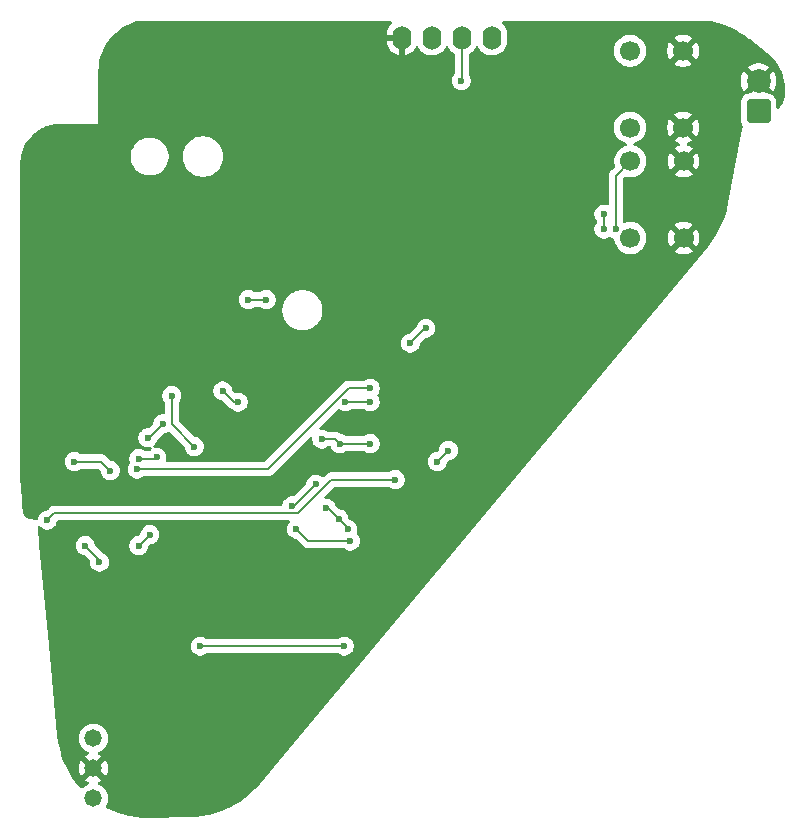
<source format=gbr>
%TF.GenerationSoftware,KiCad,Pcbnew,9.0.6*%
%TF.CreationDate,2026-01-26T20:05:51+01:00*%
%TF.ProjectId,hw,68772e6b-6963-4616-945f-706362585858,rev?*%
%TF.SameCoordinates,Original*%
%TF.FileFunction,Copper,L2,Bot*%
%TF.FilePolarity,Positive*%
%FSLAX46Y46*%
G04 Gerber Fmt 4.6, Leading zero omitted, Abs format (unit mm)*
G04 Created by KiCad (PCBNEW 9.0.6) date 2026-01-26 20:05:51*
%MOMM*%
%LPD*%
G01*
G04 APERTURE LIST*
G04 Aperture macros list*
%AMRoundRect*
0 Rectangle with rounded corners*
0 $1 Rounding radius*
0 $2 $3 $4 $5 $6 $7 $8 $9 X,Y pos of 4 corners*
0 Add a 4 corners polygon primitive as box body*
4,1,4,$2,$3,$4,$5,$6,$7,$8,$9,$2,$3,0*
0 Add four circle primitives for the rounded corners*
1,1,$1+$1,$2,$3*
1,1,$1+$1,$4,$5*
1,1,$1+$1,$6,$7*
1,1,$1+$1,$8,$9*
0 Add four rect primitives between the rounded corners*
20,1,$1+$1,$2,$3,$4,$5,0*
20,1,$1+$1,$4,$5,$6,$7,0*
20,1,$1+$1,$6,$7,$8,$9,0*
20,1,$1+$1,$8,$9,$2,$3,0*%
G04 Aperture macros list end*
%TA.AperFunction,ComponentPad*%
%ADD10O,1.600000X2.000000*%
%TD*%
%TA.AperFunction,ComponentPad*%
%ADD11C,1.700000*%
%TD*%
%TA.AperFunction,ComponentPad*%
%ADD12RoundRect,0.250000X0.750000X-0.750000X0.750000X0.750000X-0.750000X0.750000X-0.750000X-0.750000X0*%
%TD*%
%TA.AperFunction,ComponentPad*%
%ADD13C,2.000000*%
%TD*%
%TA.AperFunction,ComponentPad*%
%ADD14C,1.473200*%
%TD*%
%TA.AperFunction,ViaPad*%
%ADD15C,0.600000*%
%TD*%
%TA.AperFunction,Conductor*%
%ADD16C,0.200000*%
%TD*%
G04 APERTURE END LIST*
D10*
%TO.P,OLED1,1,GND*%
%TO.N,GND*%
X150926000Y-57068000D03*
%TO.P,OLED1,2,VCC*%
%TO.N,/3V3*%
X153466000Y-57068000D03*
%TO.P,OLED1,3,SCL*%
%TO.N,Net-(OLED1-SCL)*%
X156006000Y-57068000D03*
%TO.P,OLED1,4,SDA*%
%TO.N,Net-(OLED1-SDA)*%
X158546000Y-57068000D03*
%TD*%
D11*
%TO.P,SW3,1,1*%
%TO.N,Net-(U1-D10)*%
X170230000Y-64688000D03*
X170230000Y-58188000D03*
%TO.P,SW3,2,2*%
%TO.N,GND*%
X174730000Y-64688000D03*
X174730000Y-58188000D03*
%TD*%
D12*
%TO.P,J1,1,Pin_1*%
%TO.N,+12V*%
X181123500Y-63296000D03*
D13*
%TO.P,J1,2,Pin_2*%
%TO.N,GND*%
X181123500Y-60756001D03*
%TD*%
D14*
%TO.P,U3,1,OUT*%
%TO.N,Net-(U1-D1)*%
X124789400Y-121457000D03*
%TO.P,U3,2,GND*%
%TO.N,GND*%
X124789400Y-118917000D03*
%TO.P,U3,3,VS*%
%TO.N,Net-(U3-VS)*%
X124789400Y-116377000D03*
%TD*%
D11*
%TO.P,SW4,1,1*%
%TO.N,Net-(U1-D9)*%
X170266000Y-74034000D03*
X170266000Y-67534000D03*
%TO.P,SW4,2,2*%
%TO.N,GND*%
X174766000Y-74034000D03*
X174766000Y-67534000D03*
%TD*%
D15*
%TO.N,GND*%
X122047000Y-95377000D03*
X155829000Y-85852000D03*
X162560000Y-86741000D03*
%TO.N,+5V*%
X154862265Y-92025735D03*
X153924000Y-92964000D03*
%TO.N,Net-(PS1-FB)*%
X141605000Y-96716000D03*
X143637000Y-94869000D03*
%TO.N,Net-(OLED1-SCL)*%
X155956000Y-60706000D03*
%TO.N,Net-(U1-D2)*%
X124117000Y-100076000D03*
X125317000Y-101473000D03*
%TO.N,Net-(U1-D3)*%
X129585765Y-99141235D03*
X129413000Y-90955000D03*
X130683000Y-89755000D03*
X128651000Y-100076000D03*
%TO.N,Net-(OLED1-SDA)*%
X146050000Y-108585000D03*
X133858000Y-108585000D03*
%TO.N,Net-(D1-K)*%
X148234000Y-87884000D03*
X146136160Y-87884000D03*
%TO.N,/3V3*%
X126238000Y-93726000D03*
X130185765Y-92583000D03*
X123190000Y-92964000D03*
X128651000Y-92710000D03*
%TO.N,GND*%
X133096000Y-115443000D03*
X165481000Y-73279000D03*
X123063000Y-76200000D03*
X141605000Y-100330000D03*
X134112000Y-73533000D03*
X144018000Y-102108000D03*
X140208000Y-98298000D03*
X145034000Y-79375000D03*
X147320000Y-72390000D03*
X131572000Y-56896000D03*
X126365000Y-87503000D03*
X162814000Y-81153000D03*
%TO.N,Net-(PS1-FB)*%
X141986000Y-98679000D03*
X146561500Y-99695000D03*
%TO.N,Net-(PS1-SW)*%
X145669000Y-91440000D03*
X148234000Y-91440000D03*
X144124000Y-91059000D03*
%TO.N,Net-(LED1-A)*%
X139446000Y-79248000D03*
X137922000Y-79248000D03*
%TO.N,Net-(U1-D8)*%
X133350000Y-91694000D03*
X131445000Y-87376000D03*
%TO.N,Net-(U1-D10)*%
X152960000Y-81661000D03*
X128524000Y-93599000D03*
X168021000Y-72009000D03*
X168021000Y-73279000D03*
X148234000Y-86741000D03*
X151638000Y-82931000D03*
%TO.N,Net-(R4-Pad1)*%
X135749315Y-86981315D03*
X137071895Y-87922895D03*
%TO.N,Net-(U1-D9)*%
X169037000Y-73279000D03*
%TO.N,+5V*%
X120904000Y-97917000D03*
X150368000Y-94488000D03*
%TO.N,Net-(PS1-EN)*%
X144525000Y-96901000D03*
X145553315Y-97801315D03*
X146338345Y-98713345D03*
%TD*%
D16*
%TO.N,+5V*%
X154862265Y-92025735D02*
X153924000Y-92964000D01*
%TO.N,Net-(PS1-FB)*%
X141790000Y-96716000D02*
X141605000Y-96716000D01*
X143637000Y-94869000D02*
X141790000Y-96716000D01*
%TO.N,Net-(OLED1-SCL)*%
X156006000Y-60656000D02*
X156006000Y-57068000D01*
X155956000Y-60706000D02*
X156006000Y-60656000D01*
%TO.N,Net-(U1-D2)*%
X125317000Y-101276000D02*
X124117000Y-100076000D01*
X125317000Y-101473000D02*
X125317000Y-101276000D01*
%TO.N,Net-(U1-D3)*%
X128651000Y-100076000D02*
X129585765Y-99141235D01*
X129483000Y-90955000D02*
X130683000Y-89755000D01*
X129413000Y-90955000D02*
X129483000Y-90955000D01*
%TO.N,Net-(OLED1-SDA)*%
X133858000Y-108585000D02*
X146050000Y-108585000D01*
%TO.N,Net-(D1-K)*%
X148234000Y-87884000D02*
X146136160Y-87884000D01*
%TO.N,/3V3*%
X130058765Y-92710000D02*
X130185765Y-92583000D01*
X125476000Y-92964000D02*
X123190000Y-92964000D01*
X126238000Y-93726000D02*
X125476000Y-92964000D01*
X128651000Y-92710000D02*
X130058765Y-92710000D01*
%TO.N,Net-(PS1-FB)*%
X143002000Y-99695000D02*
X141986000Y-98679000D01*
X146561500Y-99695000D02*
X143002000Y-99695000D01*
%TO.N,Net-(PS1-SW)*%
X144124000Y-91059000D02*
X145288000Y-91059000D01*
X145669000Y-91440000D02*
X148234000Y-91440000D01*
X145288000Y-91059000D02*
X145669000Y-91440000D01*
%TO.N,Net-(LED1-A)*%
X137922000Y-79248000D02*
X139446000Y-79248000D01*
%TO.N,Net-(U1-D8)*%
X131445000Y-89789000D02*
X131445000Y-87376000D01*
X133350000Y-91694000D02*
X131445000Y-89789000D01*
%TO.N,Net-(U1-D10)*%
X152960000Y-81661000D02*
X152908000Y-81661000D01*
X152908000Y-81661000D02*
X151638000Y-82931000D01*
X148234000Y-86741000D02*
X146429217Y-86741000D01*
X146429217Y-86741000D02*
X139571217Y-93599000D01*
X168021000Y-72009000D02*
X168021000Y-73279000D01*
X139571217Y-93599000D02*
X128524000Y-93599000D01*
%TO.N,Net-(R4-Pad1)*%
X137071895Y-87922895D02*
X136690895Y-87922895D01*
X136690895Y-87922895D02*
X135749315Y-86981315D01*
%TO.N,Net-(U1-D9)*%
X169037000Y-73279000D02*
X169037000Y-68763000D01*
X169037000Y-68763000D02*
X170266000Y-67534000D01*
%TO.N,+5V*%
X142118057Y-97316000D02*
X144946057Y-94488000D01*
X120904000Y-97917000D02*
X121505000Y-97316000D01*
X121505000Y-97316000D02*
X142118057Y-97316000D01*
X144946057Y-94488000D02*
X150368000Y-94488000D01*
%TO.N,Net-(PS1-EN)*%
X146338345Y-98713345D02*
X146338345Y-98586345D01*
X146338345Y-98586345D02*
X145553315Y-97801315D01*
X144653000Y-96901000D02*
X145553315Y-97801315D01*
X144525000Y-96901000D02*
X144653000Y-96901000D01*
%TD*%
%TA.AperFunction,Conductor*%
%TO.N,GND*%
G36*
X150037698Y-55705186D02*
G01*
X150083453Y-55757990D01*
X150093397Y-55827148D01*
X150064372Y-55890704D01*
X150058340Y-55897182D01*
X149934417Y-56021104D01*
X149934417Y-56021105D01*
X149814140Y-56186650D01*
X149721244Y-56368968D01*
X149658009Y-56563582D01*
X149626000Y-56765682D01*
X149626000Y-56818000D01*
X150492988Y-56818000D01*
X150460075Y-56875007D01*
X150426000Y-57002174D01*
X150426000Y-57133826D01*
X150460075Y-57260993D01*
X150492988Y-57318000D01*
X149626000Y-57318000D01*
X149626000Y-57370317D01*
X149658009Y-57572417D01*
X149721244Y-57767031D01*
X149814140Y-57949349D01*
X149934417Y-58114894D01*
X149934417Y-58114895D01*
X150079104Y-58259582D01*
X150244650Y-58379859D01*
X150426968Y-58472754D01*
X150621578Y-58535988D01*
X150676000Y-58544607D01*
X150676000Y-57501012D01*
X150733007Y-57533925D01*
X150860174Y-57568000D01*
X150991826Y-57568000D01*
X151118993Y-57533925D01*
X151176000Y-57501012D01*
X151176000Y-58544606D01*
X151230421Y-58535988D01*
X151425031Y-58472754D01*
X151607349Y-58379859D01*
X151772894Y-58259582D01*
X151772895Y-58259582D01*
X151917582Y-58114895D01*
X151917582Y-58114894D01*
X152037861Y-57949347D01*
X152085234Y-57856371D01*
X152133208Y-57805575D01*
X152201028Y-57788779D01*
X152267164Y-57811316D01*
X152306203Y-57856369D01*
X152353713Y-57949611D01*
X152474028Y-58115213D01*
X152618786Y-58259971D01*
X152773749Y-58372556D01*
X152784390Y-58380287D01*
X152865499Y-58421614D01*
X152966776Y-58473218D01*
X152966778Y-58473218D01*
X152966781Y-58473220D01*
X153041818Y-58497601D01*
X153161465Y-58536477D01*
X153262557Y-58552488D01*
X153363648Y-58568500D01*
X153363649Y-58568500D01*
X153568351Y-58568500D01*
X153568352Y-58568500D01*
X153770534Y-58536477D01*
X153965219Y-58473220D01*
X154147610Y-58380287D01*
X154265981Y-58294286D01*
X154313213Y-58259971D01*
X154313215Y-58259968D01*
X154313219Y-58259966D01*
X154457966Y-58115219D01*
X154457968Y-58115215D01*
X154457971Y-58115213D01*
X154578284Y-57949614D01*
X154578286Y-57949611D01*
X154578287Y-57949610D01*
X154625516Y-57856917D01*
X154673489Y-57806123D01*
X154741310Y-57789328D01*
X154807445Y-57811865D01*
X154846483Y-57856917D01*
X154858751Y-57880993D01*
X154893715Y-57949614D01*
X155014028Y-58115213D01*
X155014034Y-58115219D01*
X155158781Y-58259966D01*
X155324390Y-58380287D01*
X155337793Y-58387116D01*
X155388589Y-58435088D01*
X155405500Y-58497601D01*
X155405500Y-60073059D01*
X155385815Y-60140098D01*
X155369181Y-60160740D01*
X155334213Y-60195707D01*
X155334210Y-60195711D01*
X155246609Y-60326814D01*
X155246602Y-60326827D01*
X155186264Y-60472498D01*
X155186261Y-60472510D01*
X155155500Y-60627153D01*
X155155500Y-60784846D01*
X155186261Y-60939489D01*
X155186264Y-60939501D01*
X155246602Y-61085172D01*
X155246609Y-61085185D01*
X155334210Y-61216288D01*
X155334213Y-61216292D01*
X155445707Y-61327786D01*
X155445711Y-61327789D01*
X155576814Y-61415390D01*
X155576827Y-61415397D01*
X155722498Y-61475735D01*
X155722503Y-61475737D01*
X155877153Y-61506499D01*
X155877156Y-61506500D01*
X155877158Y-61506500D01*
X156034844Y-61506500D01*
X156034845Y-61506499D01*
X156189497Y-61475737D01*
X156335179Y-61415394D01*
X156466289Y-61327789D01*
X156577789Y-61216289D01*
X156665394Y-61085179D01*
X156725737Y-60939497D01*
X156756500Y-60784842D01*
X156756500Y-60627158D01*
X156756500Y-60627155D01*
X156756499Y-60627153D01*
X156725738Y-60472510D01*
X156725737Y-60472503D01*
X156665394Y-60326821D01*
X156627396Y-60269953D01*
X156606520Y-60203276D01*
X156606500Y-60201064D01*
X156606500Y-58497601D01*
X156626185Y-58430562D01*
X156674206Y-58387116D01*
X156687610Y-58380287D01*
X156853219Y-58259966D01*
X156997966Y-58115219D01*
X156997968Y-58115215D01*
X156997971Y-58115213D01*
X157118284Y-57949614D01*
X157118286Y-57949611D01*
X157118287Y-57949610D01*
X157165516Y-57856917D01*
X157213489Y-57806123D01*
X157281310Y-57789328D01*
X157347445Y-57811865D01*
X157386483Y-57856917D01*
X157398751Y-57880993D01*
X157433715Y-57949614D01*
X157554028Y-58115213D01*
X157698786Y-58259971D01*
X157853749Y-58372556D01*
X157864390Y-58380287D01*
X157945499Y-58421614D01*
X158046776Y-58473218D01*
X158046778Y-58473218D01*
X158046781Y-58473220D01*
X158121818Y-58497601D01*
X158241465Y-58536477D01*
X158342557Y-58552488D01*
X158443648Y-58568500D01*
X158443649Y-58568500D01*
X158648351Y-58568500D01*
X158648352Y-58568500D01*
X158850534Y-58536477D01*
X159045219Y-58473220D01*
X159227610Y-58380287D01*
X159345981Y-58294286D01*
X159393213Y-58259971D01*
X159393215Y-58259968D01*
X159393219Y-58259966D01*
X159537966Y-58115219D01*
X159562309Y-58081713D01*
X168879500Y-58081713D01*
X168879500Y-58294286D01*
X168912735Y-58504127D01*
X168912754Y-58504243D01*
X168975696Y-58697959D01*
X168978444Y-58706414D01*
X169074951Y-58895820D01*
X169199890Y-59067786D01*
X169350213Y-59218109D01*
X169522179Y-59343048D01*
X169522181Y-59343049D01*
X169522184Y-59343051D01*
X169711588Y-59439557D01*
X169913757Y-59505246D01*
X170123713Y-59538500D01*
X170123714Y-59538500D01*
X170336286Y-59538500D01*
X170336287Y-59538500D01*
X170546243Y-59505246D01*
X170748412Y-59439557D01*
X170937816Y-59343051D01*
X170992572Y-59303269D01*
X171109786Y-59218109D01*
X171109788Y-59218106D01*
X171109792Y-59218104D01*
X171260104Y-59067792D01*
X171260106Y-59067788D01*
X171260109Y-59067786D01*
X171385048Y-58895820D01*
X171385047Y-58895820D01*
X171385051Y-58895816D01*
X171481557Y-58706412D01*
X171547246Y-58504243D01*
X171580500Y-58294287D01*
X171580500Y-58081753D01*
X173380000Y-58081753D01*
X173380000Y-58294246D01*
X173413242Y-58504127D01*
X173413242Y-58504130D01*
X173478904Y-58706217D01*
X173575375Y-58895550D01*
X173614728Y-58949716D01*
X174247037Y-58317408D01*
X174264075Y-58380993D01*
X174329901Y-58495007D01*
X174422993Y-58588099D01*
X174537007Y-58653925D01*
X174600590Y-58670962D01*
X173968282Y-59303269D01*
X173968282Y-59303270D01*
X174022449Y-59342624D01*
X174211782Y-59439095D01*
X174413870Y-59504757D01*
X174623754Y-59538000D01*
X174836246Y-59538000D01*
X175046127Y-59504757D01*
X175046130Y-59504757D01*
X175175665Y-59462669D01*
X175248217Y-59439095D01*
X175437554Y-59342622D01*
X175491716Y-59303270D01*
X175491717Y-59303270D01*
X174859408Y-58670962D01*
X174922993Y-58653925D01*
X175037007Y-58588099D01*
X175130099Y-58495007D01*
X175195925Y-58380993D01*
X175212962Y-58317408D01*
X175845270Y-58949717D01*
X175845270Y-58949716D01*
X175884622Y-58895554D01*
X175981095Y-58706217D01*
X176046757Y-58504130D01*
X176046757Y-58504127D01*
X176080000Y-58294246D01*
X176080000Y-58081753D01*
X176046757Y-57871872D01*
X176046757Y-57871869D01*
X175981095Y-57669782D01*
X175884624Y-57480449D01*
X175845270Y-57426282D01*
X175845269Y-57426282D01*
X175212962Y-58058590D01*
X175195925Y-57995007D01*
X175130099Y-57880993D01*
X175037007Y-57787901D01*
X174922993Y-57722075D01*
X174859409Y-57705037D01*
X175491716Y-57072728D01*
X175437550Y-57033375D01*
X175248217Y-56936904D01*
X175046129Y-56871242D01*
X174836246Y-56838000D01*
X174623754Y-56838000D01*
X174413872Y-56871242D01*
X174413869Y-56871242D01*
X174211782Y-56936904D01*
X174022439Y-57033380D01*
X173968282Y-57072727D01*
X173968282Y-57072728D01*
X174600591Y-57705037D01*
X174537007Y-57722075D01*
X174422993Y-57787901D01*
X174329901Y-57880993D01*
X174264075Y-57995007D01*
X174247037Y-58058591D01*
X173614728Y-57426282D01*
X173614727Y-57426282D01*
X173575380Y-57480439D01*
X173478904Y-57669782D01*
X173413242Y-57871869D01*
X173413242Y-57871872D01*
X173380000Y-58081753D01*
X171580500Y-58081753D01*
X171580500Y-58081713D01*
X171547246Y-57871757D01*
X171481557Y-57669588D01*
X171385051Y-57480184D01*
X171385049Y-57480181D01*
X171385048Y-57480179D01*
X171260109Y-57308213D01*
X171109786Y-57157890D01*
X170937820Y-57032951D01*
X170748414Y-56936444D01*
X170748413Y-56936443D01*
X170748412Y-56936443D01*
X170546243Y-56870754D01*
X170546241Y-56870753D01*
X170546240Y-56870753D01*
X170383918Y-56845044D01*
X170336287Y-56837500D01*
X170123713Y-56837500D01*
X170076082Y-56845044D01*
X169913760Y-56870753D01*
X169711585Y-56936444D01*
X169522179Y-57032951D01*
X169350213Y-57157890D01*
X169199890Y-57308213D01*
X169074951Y-57480179D01*
X168978444Y-57669585D01*
X168912753Y-57871760D01*
X168879500Y-58081713D01*
X159562309Y-58081713D01*
X159658287Y-57949610D01*
X159751220Y-57767219D01*
X159814477Y-57572534D01*
X159846500Y-57370352D01*
X159846500Y-56765648D01*
X159815195Y-56568000D01*
X159814477Y-56563465D01*
X159785127Y-56473137D01*
X159751220Y-56368781D01*
X159751218Y-56368778D01*
X159751218Y-56368776D01*
X159700533Y-56269302D01*
X159658287Y-56186390D01*
X159640564Y-56161996D01*
X159537971Y-56020786D01*
X159414367Y-55897182D01*
X159380882Y-55835859D01*
X159385866Y-55766167D01*
X159427738Y-55710234D01*
X159493202Y-55685817D01*
X159502048Y-55685501D01*
X177127602Y-55685501D01*
X177150294Y-55687594D01*
X177177076Y-55692581D01*
X177185936Y-55694572D01*
X177688898Y-55827148D01*
X177746627Y-55842365D01*
X177755363Y-55845015D01*
X178303643Y-56033650D01*
X178312138Y-56036926D01*
X178845095Y-56265406D01*
X178853331Y-56269302D01*
X179368004Y-56536356D01*
X179375932Y-56540848D01*
X179557308Y-56652619D01*
X179869564Y-56845044D01*
X179877154Y-56850116D01*
X180348909Y-57191134D01*
X180352559Y-57193876D01*
X181833740Y-58349919D01*
X181838572Y-58353891D01*
X182139116Y-58613883D01*
X182148140Y-58622522D01*
X182418844Y-58909212D01*
X182426938Y-58918699D01*
X182571961Y-59107180D01*
X182667385Y-59231198D01*
X182674501Y-59241482D01*
X182882226Y-59576573D01*
X182888271Y-59587520D01*
X183061199Y-59941852D01*
X183066110Y-59953353D01*
X183202465Y-60323291D01*
X183206193Y-60335229D01*
X183304592Y-60717017D01*
X183307099Y-60729269D01*
X183366544Y-61119042D01*
X183367803Y-61131484D01*
X183387842Y-61528370D01*
X183388000Y-61534623D01*
X183388000Y-61780624D01*
X183387618Y-61790353D01*
X183367657Y-62043977D01*
X183364613Y-62063195D01*
X183306363Y-62305824D01*
X183300350Y-62324327D01*
X183229250Y-62495981D01*
X183204866Y-62554850D01*
X183196032Y-62572187D01*
X183065657Y-62784939D01*
X183054220Y-62800680D01*
X182892167Y-62990420D01*
X182878420Y-63004167D01*
X182828528Y-63046778D01*
X182764769Y-63075349D01*
X182695684Y-63064912D01*
X182643208Y-63018781D01*
X182623999Y-62952488D01*
X182623999Y-62495998D01*
X182623998Y-62495981D01*
X182613499Y-62393203D01*
X182613498Y-62393200D01*
X182558314Y-62226666D01*
X182466212Y-62077344D01*
X182342156Y-61953288D01*
X182249388Y-61896069D01*
X182192836Y-61861187D01*
X182192831Y-61861185D01*
X182191362Y-61860698D01*
X182026297Y-61806001D01*
X182026295Y-61806000D01*
X181923516Y-61795500D01*
X181860807Y-61795500D01*
X181793768Y-61775815D01*
X181773126Y-61759181D01*
X181334559Y-61320613D01*
X181355091Y-61315112D01*
X181491908Y-61236120D01*
X181603619Y-61124409D01*
X181682611Y-60987592D01*
X181688112Y-60967059D01*
X182346158Y-61625106D01*
X182346158Y-61625105D01*
X182406414Y-61542170D01*
X182406418Y-61542164D01*
X182513602Y-61331803D01*
X182586565Y-61107248D01*
X182623500Y-60874053D01*
X182623500Y-60637948D01*
X182586565Y-60404753D01*
X182513602Y-60180198D01*
X182406414Y-59969829D01*
X182346158Y-59886895D01*
X182346158Y-59886894D01*
X181688112Y-60544941D01*
X181682611Y-60524410D01*
X181603619Y-60387593D01*
X181491908Y-60275882D01*
X181355091Y-60196890D01*
X181334559Y-60191388D01*
X181992605Y-59533341D01*
X181992604Y-59533339D01*
X181909674Y-59473088D01*
X181699302Y-59365898D01*
X181474747Y-59292935D01*
X181474748Y-59292935D01*
X181241552Y-59256001D01*
X181005448Y-59256001D01*
X180772252Y-59292935D01*
X180547697Y-59365898D01*
X180337330Y-59473085D01*
X180254394Y-59533341D01*
X180912441Y-60191388D01*
X180891909Y-60196890D01*
X180755092Y-60275882D01*
X180643381Y-60387593D01*
X180564389Y-60524410D01*
X180558887Y-60544942D01*
X179900840Y-59886895D01*
X179840584Y-59969831D01*
X179733397Y-60180198D01*
X179660434Y-60404753D01*
X179623500Y-60637948D01*
X179623500Y-60874053D01*
X179660434Y-61107248D01*
X179733397Y-61331803D01*
X179840587Y-61542175D01*
X179900838Y-61625105D01*
X179900840Y-61625106D01*
X180558887Y-60967059D01*
X180564389Y-60987592D01*
X180643381Y-61124409D01*
X180755092Y-61236120D01*
X180891909Y-61315112D01*
X180912440Y-61320613D01*
X180473872Y-61759181D01*
X180412549Y-61792666D01*
X180386193Y-61795500D01*
X180323499Y-61795500D01*
X180323480Y-61795501D01*
X180220703Y-61806000D01*
X180220700Y-61806001D01*
X180054168Y-61861185D01*
X180054163Y-61861187D01*
X179904842Y-61953289D01*
X179780789Y-62077342D01*
X179688687Y-62226663D01*
X179688686Y-62226666D01*
X179633501Y-62393203D01*
X179633501Y-62393204D01*
X179633500Y-62393204D01*
X179623000Y-62495983D01*
X179623000Y-64096001D01*
X179623001Y-64096018D01*
X179633500Y-64198796D01*
X179633501Y-64198799D01*
X179688685Y-64365331D01*
X179688689Y-64365340D01*
X179749033Y-64463174D01*
X179767473Y-64530567D01*
X179765442Y-64550734D01*
X179647373Y-65191686D01*
X179647372Y-65191691D01*
X178561779Y-71084906D01*
X178560874Y-71089361D01*
X178435024Y-71655251D01*
X178432726Y-71664048D01*
X178266413Y-72216997D01*
X178263477Y-72225600D01*
X178057101Y-72764875D01*
X178053543Y-72773241D01*
X177808206Y-73295960D01*
X177804044Y-73304043D01*
X177521076Y-73807367D01*
X177516334Y-73815123D01*
X177197231Y-74296390D01*
X177191932Y-74303777D01*
X176837063Y-74762133D01*
X176834215Y-74765676D01*
X158041967Y-97282000D01*
X140945126Y-117766935D01*
X138896926Y-120221027D01*
X138893996Y-120224411D01*
X138512758Y-120649058D01*
X138506543Y-120655498D01*
X138097257Y-121050011D01*
X138090593Y-121055985D01*
X137653944Y-121419926D01*
X137646867Y-121425405D01*
X137185075Y-121756924D01*
X137177621Y-121761877D01*
X136693139Y-122059212D01*
X136685348Y-122063615D01*
X136272624Y-122277569D01*
X136180684Y-122325230D01*
X136172594Y-122329060D01*
X135650361Y-122553598D01*
X135642017Y-122556834D01*
X135104957Y-122743116D01*
X135096401Y-122745742D01*
X134547301Y-122892803D01*
X134538578Y-122894805D01*
X133980294Y-123001877D01*
X133971449Y-123003244D01*
X133406909Y-123069768D01*
X133397989Y-123070494D01*
X132827888Y-123096226D01*
X132823414Y-123096347D01*
X129478691Y-123126480D01*
X129474308Y-123126442D01*
X128937958Y-123112311D01*
X128929211Y-123111771D01*
X128397374Y-123060002D01*
X128388686Y-123058845D01*
X127861838Y-122969638D01*
X127853253Y-122967870D01*
X127334033Y-122841673D01*
X127325595Y-122839304D01*
X126816563Y-122676740D01*
X126808314Y-122673780D01*
X126312057Y-122475672D01*
X126304037Y-122472137D01*
X125901780Y-122277569D01*
X125850001Y-122230657D01*
X125831803Y-122163199D01*
X125845289Y-122109646D01*
X125870987Y-122059212D01*
X125935861Y-121931889D01*
X125935862Y-121931888D01*
X125935862Y-121931884D01*
X125935865Y-121931881D01*
X125996038Y-121746688D01*
X126026500Y-121554362D01*
X126026500Y-121359638D01*
X125996038Y-121167312D01*
X125935865Y-120982119D01*
X125847462Y-120808618D01*
X125733007Y-120651084D01*
X125595316Y-120513393D01*
X125437782Y-120398938D01*
X125264285Y-120310536D01*
X125256702Y-120308072D01*
X125246221Y-120304667D01*
X125188548Y-120265230D01*
X125161350Y-120200871D01*
X125173265Y-120132024D01*
X125220510Y-120080549D01*
X125246227Y-120068805D01*
X125264093Y-120063000D01*
X125437512Y-119974638D01*
X125437525Y-119974630D01*
X125469931Y-119951086D01*
X125469932Y-119951085D01*
X124904602Y-119385755D01*
X124975677Y-119366711D01*
X125085723Y-119303176D01*
X125175576Y-119213323D01*
X125239111Y-119103277D01*
X125258155Y-119032202D01*
X125823485Y-119597532D01*
X125823486Y-119597531D01*
X125847030Y-119565125D01*
X125847038Y-119565112D01*
X125935400Y-119391694D01*
X125995551Y-119206571D01*
X126026000Y-119014328D01*
X126026000Y-118819671D01*
X125995551Y-118627428D01*
X125935400Y-118442305D01*
X125847036Y-118268883D01*
X125823485Y-118236467D01*
X125258155Y-118801797D01*
X125239111Y-118730723D01*
X125175576Y-118620677D01*
X125085723Y-118530824D01*
X124975677Y-118467289D01*
X124904602Y-118448244D01*
X125469931Y-117882913D01*
X125469931Y-117882912D01*
X125437522Y-117859366D01*
X125264095Y-117771000D01*
X125246222Y-117765193D01*
X125188547Y-117725754D01*
X125161350Y-117661395D01*
X125173265Y-117592549D01*
X125220510Y-117541074D01*
X125246218Y-117529333D01*
X125264281Y-117523465D01*
X125437782Y-117435062D01*
X125595316Y-117320607D01*
X125733007Y-117182916D01*
X125847462Y-117025382D01*
X125935865Y-116851881D01*
X125996038Y-116666688D01*
X126026500Y-116474362D01*
X126026500Y-116279638D01*
X125996038Y-116087312D01*
X125935865Y-115902119D01*
X125847462Y-115728618D01*
X125733007Y-115571084D01*
X125595316Y-115433393D01*
X125437782Y-115318938D01*
X125264281Y-115230535D01*
X125079088Y-115170362D01*
X125079086Y-115170361D01*
X125079084Y-115170361D01*
X124944800Y-115149092D01*
X124886762Y-115139900D01*
X124692038Y-115139900D01*
X124647453Y-115146961D01*
X124499715Y-115170361D01*
X124314516Y-115230536D01*
X124141017Y-115318938D01*
X123983481Y-115433395D01*
X123845795Y-115571081D01*
X123731338Y-115728617D01*
X123642936Y-115902116D01*
X123582761Y-116087315D01*
X123569509Y-116170986D01*
X123552300Y-116279638D01*
X123552300Y-116474362D01*
X123582762Y-116666688D01*
X123642935Y-116851881D01*
X123731338Y-117025382D01*
X123845793Y-117182916D01*
X123983484Y-117320607D01*
X124141018Y-117435062D01*
X124314519Y-117523465D01*
X124332576Y-117529332D01*
X124390249Y-117568767D01*
X124417448Y-117633125D01*
X124405535Y-117701972D01*
X124358292Y-117753448D01*
X124332578Y-117765192D01*
X124314708Y-117770998D01*
X124141277Y-117859366D01*
X124108867Y-117882913D01*
X124108866Y-117882913D01*
X124674198Y-118448244D01*
X124603123Y-118467289D01*
X124493077Y-118530824D01*
X124403224Y-118620677D01*
X124339689Y-118730723D01*
X124320644Y-118801797D01*
X123755313Y-118236466D01*
X123755313Y-118236467D01*
X123731766Y-118268877D01*
X123643399Y-118442305D01*
X123583248Y-118627428D01*
X123552800Y-118819671D01*
X123552800Y-119014328D01*
X123583248Y-119206571D01*
X123643399Y-119391694D01*
X123731766Y-119565122D01*
X123755312Y-119597531D01*
X123755313Y-119597531D01*
X124320644Y-119032201D01*
X124339689Y-119103277D01*
X124403224Y-119213323D01*
X124493077Y-119303176D01*
X124603123Y-119366711D01*
X124674197Y-119385755D01*
X124108867Y-119951085D01*
X124141283Y-119974636D01*
X124314705Y-120062999D01*
X124332573Y-120068805D01*
X124390249Y-120108242D01*
X124417449Y-120172600D01*
X124405535Y-120241447D01*
X124358292Y-120292923D01*
X124332578Y-120304667D01*
X124314517Y-120310535D01*
X124141017Y-120398938D01*
X123983485Y-120513392D01*
X123892326Y-120604551D01*
X123883366Y-120609443D01*
X123877097Y-120617501D01*
X123853217Y-120625904D01*
X123831002Y-120638035D01*
X123820819Y-120637306D01*
X123811189Y-120640696D01*
X123786561Y-120634856D01*
X123761311Y-120633051D01*
X123751326Y-120626502D01*
X123743205Y-120624577D01*
X123715350Y-120602906D01*
X123691832Y-120578497D01*
X123685987Y-120571984D01*
X123429647Y-120265230D01*
X123343341Y-120161950D01*
X123337964Y-120155033D01*
X123275698Y-120068805D01*
X123025137Y-119721819D01*
X123020264Y-119714541D01*
X122738825Y-119260320D01*
X122734475Y-119252711D01*
X122710218Y-119206571D01*
X122485814Y-118779728D01*
X122482024Y-118771852D01*
X122267404Y-118282505D01*
X122264169Y-118274359D01*
X122084648Y-117771065D01*
X122081997Y-117762711D01*
X122053746Y-117661395D01*
X121938476Y-117247997D01*
X121936422Y-117239477D01*
X121892748Y-117025382D01*
X121829614Y-116715892D01*
X121828174Y-116707290D01*
X121758330Y-116175280D01*
X121757842Y-116170986D01*
X121026024Y-108506153D01*
X133057500Y-108506153D01*
X133057500Y-108663846D01*
X133088261Y-108818489D01*
X133088264Y-108818501D01*
X133148602Y-108964172D01*
X133148609Y-108964185D01*
X133236210Y-109095288D01*
X133236213Y-109095292D01*
X133347707Y-109206786D01*
X133347711Y-109206789D01*
X133478814Y-109294390D01*
X133478827Y-109294397D01*
X133624498Y-109354735D01*
X133624503Y-109354737D01*
X133779153Y-109385499D01*
X133779156Y-109385500D01*
X133779158Y-109385500D01*
X133936844Y-109385500D01*
X133936845Y-109385499D01*
X134091497Y-109354737D01*
X134237179Y-109294394D01*
X134237185Y-109294390D01*
X134368875Y-109206398D01*
X134435553Y-109185520D01*
X134437766Y-109185500D01*
X145470234Y-109185500D01*
X145537273Y-109205185D01*
X145539125Y-109206398D01*
X145670814Y-109294390D01*
X145670827Y-109294397D01*
X145816498Y-109354735D01*
X145816503Y-109354737D01*
X145971153Y-109385499D01*
X145971156Y-109385500D01*
X145971158Y-109385500D01*
X146128844Y-109385500D01*
X146128845Y-109385499D01*
X146283497Y-109354737D01*
X146429179Y-109294394D01*
X146560289Y-109206789D01*
X146671789Y-109095289D01*
X146759394Y-108964179D01*
X146819737Y-108818497D01*
X146850500Y-108663842D01*
X146850500Y-108506158D01*
X146850500Y-108506155D01*
X146850499Y-108506153D01*
X146819738Y-108351510D01*
X146819737Y-108351503D01*
X146819735Y-108351498D01*
X146759397Y-108205827D01*
X146759390Y-108205814D01*
X146671789Y-108074711D01*
X146671786Y-108074707D01*
X146560292Y-107963213D01*
X146560288Y-107963210D01*
X146429185Y-107875609D01*
X146429172Y-107875602D01*
X146283501Y-107815264D01*
X146283489Y-107815261D01*
X146128845Y-107784500D01*
X146128842Y-107784500D01*
X145971158Y-107784500D01*
X145971155Y-107784500D01*
X145816510Y-107815261D01*
X145816498Y-107815264D01*
X145670827Y-107875602D01*
X145670814Y-107875609D01*
X145539125Y-107963602D01*
X145472447Y-107984480D01*
X145470234Y-107984500D01*
X134437766Y-107984500D01*
X134370727Y-107964815D01*
X134368875Y-107963602D01*
X134237185Y-107875609D01*
X134237172Y-107875602D01*
X134091501Y-107815264D01*
X134091489Y-107815261D01*
X133936845Y-107784500D01*
X133936842Y-107784500D01*
X133779158Y-107784500D01*
X133779155Y-107784500D01*
X133624510Y-107815261D01*
X133624498Y-107815264D01*
X133478827Y-107875602D01*
X133478814Y-107875609D01*
X133347711Y-107963210D01*
X133347707Y-107963213D01*
X133236213Y-108074707D01*
X133236210Y-108074711D01*
X133148609Y-108205814D01*
X133148602Y-108205827D01*
X133088264Y-108351498D01*
X133088261Y-108351510D01*
X133057500Y-108506153D01*
X121026024Y-108506153D01*
X120213607Y-99997153D01*
X123316500Y-99997153D01*
X123316500Y-100154846D01*
X123347261Y-100309489D01*
X123347264Y-100309501D01*
X123407602Y-100455172D01*
X123407609Y-100455185D01*
X123495210Y-100586288D01*
X123495213Y-100586292D01*
X123606707Y-100697786D01*
X123606711Y-100697789D01*
X123737814Y-100785390D01*
X123737827Y-100785397D01*
X123883498Y-100845735D01*
X123883503Y-100845737D01*
X123948147Y-100858595D01*
X124038849Y-100876638D01*
X124100760Y-100909023D01*
X124102339Y-100910574D01*
X124481254Y-101289489D01*
X124514739Y-101350812D01*
X124516976Y-101389322D01*
X124516500Y-101394155D01*
X124516500Y-101551846D01*
X124547261Y-101706489D01*
X124547264Y-101706501D01*
X124607602Y-101852172D01*
X124607609Y-101852185D01*
X124695210Y-101983288D01*
X124695213Y-101983292D01*
X124806707Y-102094786D01*
X124806711Y-102094789D01*
X124937814Y-102182390D01*
X124937827Y-102182397D01*
X125083498Y-102242735D01*
X125083503Y-102242737D01*
X125238153Y-102273499D01*
X125238156Y-102273500D01*
X125238158Y-102273500D01*
X125395844Y-102273500D01*
X125395845Y-102273499D01*
X125550497Y-102242737D01*
X125696179Y-102182394D01*
X125827289Y-102094789D01*
X125938789Y-101983289D01*
X126026394Y-101852179D01*
X126086737Y-101706497D01*
X126117500Y-101551842D01*
X126117500Y-101394158D01*
X126117500Y-101394155D01*
X126117499Y-101394153D01*
X126086738Y-101239510D01*
X126086737Y-101239503D01*
X126086735Y-101239498D01*
X126026397Y-101093827D01*
X126026390Y-101093814D01*
X125938789Y-100962711D01*
X125938786Y-100962707D01*
X125827292Y-100851213D01*
X125827288Y-100851210D01*
X125696185Y-100763609D01*
X125696175Y-100763604D01*
X125646689Y-100743106D01*
X125606461Y-100716226D01*
X124951574Y-100061339D01*
X124918089Y-100000016D01*
X124917638Y-99997849D01*
X124917500Y-99997153D01*
X127850500Y-99997153D01*
X127850500Y-100154846D01*
X127881261Y-100309489D01*
X127881264Y-100309501D01*
X127941602Y-100455172D01*
X127941609Y-100455185D01*
X128029210Y-100586288D01*
X128029213Y-100586292D01*
X128140707Y-100697786D01*
X128140711Y-100697789D01*
X128271814Y-100785390D01*
X128271827Y-100785397D01*
X128417498Y-100845735D01*
X128417503Y-100845737D01*
X128572153Y-100876499D01*
X128572156Y-100876500D01*
X128572158Y-100876500D01*
X128729844Y-100876500D01*
X128729845Y-100876499D01*
X128884497Y-100845737D01*
X129030179Y-100785394D01*
X129161289Y-100697789D01*
X129272789Y-100586289D01*
X129360394Y-100455179D01*
X129420737Y-100309497D01*
X129447387Y-100175520D01*
X129451638Y-100154150D01*
X129460402Y-100137393D01*
X129464423Y-100118914D01*
X129483167Y-100093875D01*
X129484023Y-100092239D01*
X129485518Y-100090716D01*
X129600427Y-99975807D01*
X129661748Y-99942324D01*
X129663915Y-99941873D01*
X129731158Y-99928497D01*
X129819262Y-99910972D01*
X129964944Y-99850629D01*
X130096054Y-99763024D01*
X130207554Y-99651524D01*
X130295159Y-99520414D01*
X130355502Y-99374732D01*
X130386265Y-99220077D01*
X130386265Y-99062393D01*
X130386265Y-99062390D01*
X130386264Y-99062388D01*
X130371752Y-98989432D01*
X130355502Y-98907738D01*
X130347796Y-98889134D01*
X130295162Y-98762062D01*
X130295155Y-98762049D01*
X130207554Y-98630946D01*
X130207551Y-98630942D01*
X130096057Y-98519448D01*
X130096053Y-98519445D01*
X129964950Y-98431844D01*
X129964937Y-98431837D01*
X129819266Y-98371499D01*
X129819254Y-98371496D01*
X129664610Y-98340735D01*
X129664607Y-98340735D01*
X129506923Y-98340735D01*
X129506920Y-98340735D01*
X129352275Y-98371496D01*
X129352263Y-98371499D01*
X129206592Y-98431837D01*
X129206579Y-98431844D01*
X129075476Y-98519445D01*
X129075472Y-98519448D01*
X128963978Y-98630942D01*
X128963975Y-98630946D01*
X128876374Y-98762049D01*
X128876367Y-98762062D01*
X128816029Y-98907733D01*
X128816026Y-98907743D01*
X128785126Y-99063085D01*
X128776360Y-99079841D01*
X128772341Y-99098320D01*
X128753598Y-99123356D01*
X128752741Y-99124996D01*
X128751190Y-99126574D01*
X128636339Y-99241425D01*
X128575016Y-99274910D01*
X128572850Y-99275361D01*
X128417508Y-99306261D01*
X128417498Y-99306264D01*
X128271827Y-99366602D01*
X128271814Y-99366609D01*
X128140711Y-99454210D01*
X128140707Y-99454213D01*
X128029213Y-99565707D01*
X128029210Y-99565711D01*
X127941609Y-99696814D01*
X127941602Y-99696827D01*
X127881264Y-99842498D01*
X127881261Y-99842510D01*
X127850500Y-99997153D01*
X124917500Y-99997153D01*
X124888353Y-99850629D01*
X124886737Y-99842503D01*
X124853815Y-99763021D01*
X124826397Y-99696827D01*
X124826390Y-99696814D01*
X124738789Y-99565711D01*
X124738786Y-99565707D01*
X124627292Y-99454213D01*
X124627288Y-99454210D01*
X124496185Y-99366609D01*
X124496172Y-99366602D01*
X124350501Y-99306264D01*
X124350489Y-99306261D01*
X124195845Y-99275500D01*
X124195842Y-99275500D01*
X124038158Y-99275500D01*
X124038155Y-99275500D01*
X123883510Y-99306261D01*
X123883498Y-99306264D01*
X123737827Y-99366602D01*
X123737814Y-99366609D01*
X123606711Y-99454210D01*
X123606707Y-99454213D01*
X123495213Y-99565707D01*
X123495210Y-99565711D01*
X123407609Y-99696814D01*
X123407602Y-99696827D01*
X123347264Y-99842498D01*
X123347261Y-99842510D01*
X123316500Y-99997153D01*
X120213607Y-99997153D01*
X120073442Y-98529105D01*
X120086666Y-98460501D01*
X120134882Y-98409934D01*
X120202783Y-98393463D01*
X120268809Y-98416315D01*
X120284562Y-98429641D01*
X120393707Y-98538786D01*
X120393711Y-98538789D01*
X120524814Y-98626390D01*
X120524827Y-98626397D01*
X120645827Y-98676516D01*
X120670503Y-98686737D01*
X120818542Y-98716184D01*
X120825153Y-98717499D01*
X120825156Y-98717500D01*
X120825158Y-98717500D01*
X120982844Y-98717500D01*
X120982845Y-98717499D01*
X121137497Y-98686737D01*
X121263614Y-98634498D01*
X121283172Y-98626397D01*
X121283172Y-98626396D01*
X121283179Y-98626394D01*
X121414289Y-98538789D01*
X121525789Y-98427289D01*
X121613394Y-98296179D01*
X121673737Y-98150497D01*
X121700429Y-98016309D01*
X121732814Y-97954398D01*
X121793529Y-97919824D01*
X121822046Y-97916500D01*
X141317059Y-97916500D01*
X141384098Y-97936185D01*
X141429853Y-97988989D01*
X141439797Y-98058147D01*
X141410772Y-98121703D01*
X141404740Y-98128181D01*
X141364213Y-98168707D01*
X141364210Y-98168711D01*
X141276609Y-98299814D01*
X141276602Y-98299827D01*
X141216264Y-98445498D01*
X141216261Y-98445510D01*
X141185500Y-98600153D01*
X141185500Y-98757846D01*
X141216261Y-98912489D01*
X141216264Y-98912501D01*
X141276602Y-99058172D01*
X141276607Y-99058181D01*
X141364210Y-99189288D01*
X141364213Y-99189292D01*
X141475707Y-99300786D01*
X141475711Y-99300789D01*
X141606814Y-99388390D01*
X141606827Y-99388397D01*
X141752498Y-99448735D01*
X141752503Y-99448737D01*
X141816656Y-99461498D01*
X141907849Y-99479638D01*
X141969760Y-99512023D01*
X141971339Y-99513574D01*
X142517139Y-100059374D01*
X142517149Y-100059385D01*
X142521479Y-100063715D01*
X142521480Y-100063716D01*
X142633284Y-100175520D01*
X142684845Y-100205288D01*
X142720095Y-100225639D01*
X142720097Y-100225641D01*
X142758151Y-100247611D01*
X142770215Y-100254577D01*
X142922943Y-100295501D01*
X142922946Y-100295501D01*
X143088653Y-100295501D01*
X143088669Y-100295500D01*
X145981734Y-100295500D01*
X146048773Y-100315185D01*
X146050625Y-100316398D01*
X146182314Y-100404390D01*
X146182327Y-100404397D01*
X146304942Y-100455185D01*
X146328003Y-100464737D01*
X146482653Y-100495499D01*
X146482656Y-100495500D01*
X146482658Y-100495500D01*
X146640344Y-100495500D01*
X146640345Y-100495499D01*
X146794997Y-100464737D01*
X146940679Y-100404394D01*
X147071789Y-100316789D01*
X147183289Y-100205289D01*
X147270894Y-100074179D01*
X147276213Y-100061339D01*
X147311640Y-99975809D01*
X147331237Y-99928497D01*
X147362000Y-99773842D01*
X147362000Y-99616158D01*
X147362000Y-99616155D01*
X147361999Y-99616153D01*
X147351965Y-99565711D01*
X147331237Y-99461503D01*
X147300956Y-99388397D01*
X147270897Y-99315827D01*
X147270890Y-99315814D01*
X147183289Y-99184711D01*
X147183286Y-99184707D01*
X147119026Y-99120447D01*
X147085541Y-99059124D01*
X147090525Y-98989432D01*
X147092127Y-98985359D01*
X147108082Y-98946842D01*
X147138845Y-98792187D01*
X147138845Y-98634503D01*
X147138845Y-98634500D01*
X147138844Y-98634498D01*
X147119806Y-98538789D01*
X147108082Y-98479848D01*
X147088197Y-98431841D01*
X147047742Y-98334172D01*
X147047735Y-98334159D01*
X146960134Y-98203056D01*
X146960131Y-98203052D01*
X146848637Y-98091558D01*
X146848633Y-98091555D01*
X146717530Y-98003954D01*
X146717517Y-98003947D01*
X146571846Y-97943609D01*
X146566010Y-97941839D01*
X146566614Y-97939845D01*
X146558258Y-97935472D01*
X146539794Y-97931456D01*
X146514723Y-97912688D01*
X146513099Y-97911838D01*
X146511540Y-97910305D01*
X146387889Y-97786654D01*
X146354404Y-97725331D01*
X146353953Y-97723164D01*
X146332999Y-97617824D01*
X146323052Y-97567818D01*
X146323050Y-97567813D01*
X146262712Y-97422142D01*
X146262705Y-97422129D01*
X146175104Y-97291026D01*
X146175101Y-97291022D01*
X146063607Y-97179528D01*
X146063603Y-97179525D01*
X145932500Y-97091924D01*
X145932487Y-97091917D01*
X145786816Y-97031579D01*
X145786804Y-97031576D01*
X145631466Y-97000677D01*
X145569555Y-96968292D01*
X145568026Y-96966790D01*
X145327789Y-96726554D01*
X145298408Y-96672747D01*
X145296503Y-96673325D01*
X145294737Y-96667503D01*
X145234395Y-96521823D01*
X145234390Y-96521814D01*
X145146789Y-96390711D01*
X145146786Y-96390707D01*
X145035292Y-96279213D01*
X145035288Y-96279210D01*
X144904185Y-96191609D01*
X144904172Y-96191602D01*
X144758501Y-96131264D01*
X144758489Y-96131261D01*
X144603845Y-96100500D01*
X144603842Y-96100500D01*
X144482154Y-96100500D01*
X144415115Y-96080815D01*
X144369360Y-96028011D01*
X144359416Y-95958853D01*
X144388441Y-95895297D01*
X144394473Y-95888819D01*
X145158473Y-95124819D01*
X145219796Y-95091334D01*
X145246154Y-95088500D01*
X149788234Y-95088500D01*
X149855273Y-95108185D01*
X149857125Y-95109398D01*
X149988814Y-95197390D01*
X149988827Y-95197397D01*
X150129807Y-95255792D01*
X150134503Y-95257737D01*
X150289153Y-95288499D01*
X150289156Y-95288500D01*
X150289158Y-95288500D01*
X150446844Y-95288500D01*
X150446845Y-95288499D01*
X150601497Y-95257737D01*
X150747179Y-95197394D01*
X150878289Y-95109789D01*
X150989789Y-94998289D01*
X151077394Y-94867179D01*
X151082713Y-94854339D01*
X151137735Y-94721501D01*
X151137737Y-94721497D01*
X151168500Y-94566842D01*
X151168500Y-94409158D01*
X151168500Y-94409155D01*
X151168499Y-94409153D01*
X151158465Y-94358711D01*
X151137737Y-94254503D01*
X151123771Y-94220786D01*
X151077397Y-94108827D01*
X151077390Y-94108814D01*
X150989789Y-93977711D01*
X150989786Y-93977707D01*
X150878292Y-93866213D01*
X150878288Y-93866210D01*
X150747185Y-93778609D01*
X150747172Y-93778602D01*
X150601501Y-93718264D01*
X150601489Y-93718261D01*
X150446845Y-93687500D01*
X150446842Y-93687500D01*
X150289158Y-93687500D01*
X150289155Y-93687500D01*
X150134510Y-93718261D01*
X150134498Y-93718264D01*
X149988827Y-93778602D01*
X149988814Y-93778609D01*
X149857125Y-93866602D01*
X149790447Y-93887480D01*
X149788234Y-93887500D01*
X145032726Y-93887500D01*
X145032710Y-93887499D01*
X145025114Y-93887499D01*
X144867000Y-93887499D01*
X144760959Y-93915913D01*
X144714267Y-93928424D01*
X144714266Y-93928425D01*
X144664153Y-93957359D01*
X144664152Y-93957360D01*
X144660451Y-93959497D01*
X144577342Y-94007479D01*
X144577339Y-94007481D01*
X144330131Y-94254690D01*
X144268808Y-94288175D01*
X144199116Y-94283191D01*
X144154769Y-94254690D01*
X144147292Y-94247213D01*
X144147288Y-94247210D01*
X144016185Y-94159609D01*
X144016172Y-94159602D01*
X143870501Y-94099264D01*
X143870489Y-94099261D01*
X143715845Y-94068500D01*
X143715842Y-94068500D01*
X143558158Y-94068500D01*
X143558155Y-94068500D01*
X143403510Y-94099261D01*
X143403498Y-94099264D01*
X143257827Y-94159602D01*
X143257814Y-94159609D01*
X143126711Y-94247210D01*
X143126707Y-94247213D01*
X143015213Y-94358707D01*
X143015210Y-94358711D01*
X142927609Y-94489814D01*
X142927602Y-94489827D01*
X142867264Y-94635498D01*
X142867261Y-94635508D01*
X142836361Y-94790850D01*
X142803976Y-94852761D01*
X142802425Y-94854339D01*
X141777583Y-95879181D01*
X141716260Y-95912666D01*
X141689902Y-95915500D01*
X141526155Y-95915500D01*
X141371510Y-95946261D01*
X141371498Y-95946264D01*
X141225827Y-96006602D01*
X141225814Y-96006609D01*
X141094711Y-96094210D01*
X141094707Y-96094213D01*
X140983213Y-96205707D01*
X140983210Y-96205711D01*
X140895609Y-96336814D01*
X140895602Y-96336827D01*
X140835264Y-96482498D01*
X140835261Y-96482508D01*
X140808769Y-96615692D01*
X140776384Y-96677603D01*
X140715668Y-96712177D01*
X140687152Y-96715500D01*
X121425940Y-96715500D01*
X121385019Y-96726464D01*
X121385019Y-96726465D01*
X121347751Y-96736451D01*
X121273214Y-96756423D01*
X121273209Y-96756426D01*
X121136290Y-96835475D01*
X121136282Y-96835481D01*
X121024480Y-96947283D01*
X121024480Y-96947284D01*
X121024478Y-96947286D01*
X120949343Y-97022421D01*
X120889338Y-97082426D01*
X120828015Y-97115910D01*
X120825849Y-97116361D01*
X120670508Y-97147261D01*
X120670498Y-97147264D01*
X120524827Y-97207602D01*
X120524814Y-97207609D01*
X120393711Y-97295210D01*
X120393707Y-97295213D01*
X120282213Y-97406707D01*
X120282210Y-97406711D01*
X120194609Y-97537814D01*
X120194602Y-97537827D01*
X120134264Y-97683498D01*
X120134261Y-97683508D01*
X120108559Y-97812719D01*
X120076174Y-97874630D01*
X120015458Y-97909204D01*
X119971562Y-97911569D01*
X119514404Y-97854425D01*
X119499767Y-97851695D01*
X119347750Y-97813768D01*
X119319982Y-97803168D01*
X119195912Y-97737819D01*
X119188005Y-97733654D01*
X119163555Y-97716749D01*
X119051915Y-97617824D01*
X119032191Y-97595586D01*
X118947303Y-97472937D01*
X118933438Y-97446644D01*
X118919924Y-97411292D01*
X118877494Y-97300295D01*
X118873031Y-97286123D01*
X118872749Y-97284996D01*
X118871405Y-97278999D01*
X118834332Y-97091917D01*
X118786256Y-96849307D01*
X118771776Y-96776234D01*
X118769993Y-96764132D01*
X118767838Y-96741971D01*
X118720387Y-96253984D01*
X118719948Y-96247929D01*
X118627085Y-94297786D01*
X118627027Y-94296381D01*
X118626556Y-94283191D01*
X118620315Y-94108383D01*
X118620246Y-94105463D01*
X118620172Y-94099264D01*
X118618009Y-93917388D01*
X118618000Y-93915913D01*
X118618000Y-92885153D01*
X122389500Y-92885153D01*
X122389500Y-93042846D01*
X122420261Y-93197489D01*
X122420264Y-93197501D01*
X122480602Y-93343172D01*
X122480609Y-93343185D01*
X122568210Y-93474288D01*
X122568213Y-93474292D01*
X122679707Y-93585786D01*
X122679711Y-93585789D01*
X122810814Y-93673390D01*
X122810827Y-93673397D01*
X122956498Y-93733735D01*
X122956503Y-93733737D01*
X123111153Y-93764499D01*
X123111156Y-93764500D01*
X123111158Y-93764500D01*
X123268844Y-93764500D01*
X123268845Y-93764499D01*
X123423497Y-93733737D01*
X123558431Y-93677846D01*
X123569172Y-93673397D01*
X123569172Y-93673396D01*
X123569179Y-93673394D01*
X123608444Y-93647158D01*
X123700875Y-93585398D01*
X123767553Y-93564520D01*
X123769766Y-93564500D01*
X125175903Y-93564500D01*
X125205343Y-93573144D01*
X125235330Y-93579668D01*
X125240345Y-93583422D01*
X125242942Y-93584185D01*
X125263584Y-93600819D01*
X125403425Y-93740660D01*
X125436910Y-93801983D01*
X125437361Y-93804149D01*
X125468261Y-93959491D01*
X125468264Y-93959501D01*
X125528602Y-94105172D01*
X125528609Y-94105185D01*
X125616210Y-94236288D01*
X125616213Y-94236292D01*
X125727707Y-94347786D01*
X125727711Y-94347789D01*
X125858814Y-94435390D01*
X125858827Y-94435397D01*
X125990220Y-94489821D01*
X126004503Y-94495737D01*
X126159153Y-94526499D01*
X126159156Y-94526500D01*
X126159158Y-94526500D01*
X126316844Y-94526500D01*
X126316845Y-94526499D01*
X126471497Y-94495737D01*
X126617179Y-94435394D01*
X126748289Y-94347789D01*
X126859789Y-94236289D01*
X126947394Y-94105179D01*
X126949845Y-94099263D01*
X126962587Y-94068500D01*
X127007737Y-93959497D01*
X127038500Y-93804842D01*
X127038500Y-93647158D01*
X127038500Y-93647155D01*
X127038499Y-93647153D01*
X127016839Y-93538257D01*
X127013238Y-93520153D01*
X127723500Y-93520153D01*
X127723500Y-93677846D01*
X127754261Y-93832489D01*
X127754264Y-93832501D01*
X127814602Y-93978172D01*
X127814609Y-93978185D01*
X127902210Y-94109288D01*
X127902213Y-94109292D01*
X128013707Y-94220786D01*
X128013711Y-94220789D01*
X128144814Y-94308390D01*
X128144827Y-94308397D01*
X128266288Y-94358707D01*
X128290503Y-94368737D01*
X128445153Y-94399499D01*
X128445156Y-94399500D01*
X128445158Y-94399500D01*
X128602844Y-94399500D01*
X128602845Y-94399499D01*
X128757497Y-94368737D01*
X128903179Y-94308394D01*
X128983553Y-94254690D01*
X129034875Y-94220398D01*
X129101553Y-94199520D01*
X129103766Y-94199500D01*
X139484548Y-94199500D01*
X139484564Y-94199501D01*
X139492160Y-94199501D01*
X139650271Y-94199501D01*
X139650274Y-94199501D01*
X139803002Y-94158577D01*
X139871059Y-94119284D01*
X139939933Y-94079520D01*
X140051737Y-93967716D01*
X140051737Y-93967714D01*
X140061941Y-93957511D01*
X140061944Y-93957506D01*
X141134297Y-92885153D01*
X153123500Y-92885153D01*
X153123500Y-93042846D01*
X153154261Y-93197489D01*
X153154264Y-93197501D01*
X153214602Y-93343172D01*
X153214609Y-93343185D01*
X153302210Y-93474288D01*
X153302213Y-93474292D01*
X153413707Y-93585786D01*
X153413711Y-93585789D01*
X153544814Y-93673390D01*
X153544827Y-93673397D01*
X153690498Y-93733735D01*
X153690503Y-93733737D01*
X153845153Y-93764499D01*
X153845156Y-93764500D01*
X153845158Y-93764500D01*
X154002844Y-93764500D01*
X154002845Y-93764499D01*
X154157497Y-93733737D01*
X154292431Y-93677846D01*
X154303172Y-93673397D01*
X154303172Y-93673396D01*
X154303179Y-93673394D01*
X154434289Y-93585789D01*
X154545789Y-93474289D01*
X154633394Y-93343179D01*
X154693737Y-93197497D01*
X154720942Y-93060729D01*
X154724638Y-93042150D01*
X154733402Y-93025393D01*
X154737423Y-93006914D01*
X154756167Y-92981875D01*
X154757023Y-92980239D01*
X154758518Y-92978716D01*
X154876927Y-92860307D01*
X154938248Y-92826824D01*
X154940415Y-92826373D01*
X154998350Y-92814848D01*
X155095762Y-92795472D01*
X155241444Y-92735129D01*
X155372554Y-92647524D01*
X155484054Y-92536024D01*
X155571659Y-92404914D01*
X155632002Y-92259232D01*
X155662765Y-92104577D01*
X155662765Y-91946893D01*
X155662765Y-91946890D01*
X155662764Y-91946888D01*
X155645381Y-91859499D01*
X155632002Y-91792238D01*
X155629833Y-91787001D01*
X155571662Y-91646562D01*
X155571655Y-91646549D01*
X155484054Y-91515446D01*
X155484051Y-91515442D01*
X155372557Y-91403948D01*
X155372553Y-91403945D01*
X155241450Y-91316344D01*
X155241437Y-91316337D01*
X155095766Y-91255999D01*
X155095754Y-91255996D01*
X154941110Y-91225235D01*
X154941107Y-91225235D01*
X154783423Y-91225235D01*
X154783420Y-91225235D01*
X154628775Y-91255996D01*
X154628763Y-91255999D01*
X154483092Y-91316337D01*
X154483079Y-91316344D01*
X154351976Y-91403945D01*
X154351972Y-91403948D01*
X154240478Y-91515442D01*
X154240475Y-91515446D01*
X154152874Y-91646549D01*
X154152867Y-91646562D01*
X154092529Y-91792233D01*
X154092526Y-91792243D01*
X154061626Y-91947585D01*
X154052860Y-91964341D01*
X154048841Y-91982820D01*
X154030098Y-92007856D01*
X154029241Y-92009496D01*
X154027690Y-92011074D01*
X153909339Y-92129425D01*
X153848016Y-92162910D01*
X153845850Y-92163361D01*
X153690508Y-92194261D01*
X153690498Y-92194264D01*
X153544827Y-92254602D01*
X153544814Y-92254609D01*
X153413711Y-92342210D01*
X153413707Y-92342213D01*
X153302213Y-92453707D01*
X153302210Y-92453711D01*
X153214609Y-92584814D01*
X153214602Y-92584827D01*
X153154264Y-92730498D01*
X153154261Y-92730510D01*
X153123500Y-92885153D01*
X141134297Y-92885153D01*
X143111820Y-90907631D01*
X143173142Y-90874147D01*
X143242834Y-90879131D01*
X143298767Y-90921003D01*
X143323184Y-90986467D01*
X143323500Y-90995313D01*
X143323500Y-91137846D01*
X143354261Y-91292489D01*
X143354264Y-91292501D01*
X143414602Y-91438172D01*
X143414609Y-91438185D01*
X143502210Y-91569288D01*
X143502213Y-91569292D01*
X143613707Y-91680786D01*
X143613711Y-91680789D01*
X143744814Y-91768390D01*
X143744827Y-91768397D01*
X143867442Y-91819185D01*
X143890503Y-91828737D01*
X144011928Y-91852890D01*
X144045153Y-91859499D01*
X144045156Y-91859500D01*
X144045158Y-91859500D01*
X144202844Y-91859500D01*
X144202845Y-91859499D01*
X144357497Y-91828737D01*
X144492436Y-91772844D01*
X144503172Y-91768397D01*
X144503172Y-91768396D01*
X144503179Y-91768394D01*
X144522478Y-91755499D01*
X144634875Y-91680398D01*
X144652921Y-91674747D01*
X144668831Y-91664523D01*
X144699792Y-91660071D01*
X144701553Y-91659520D01*
X144703766Y-91659500D01*
X144810611Y-91659500D01*
X144877650Y-91679185D01*
X144923405Y-91731989D01*
X144925172Y-91736048D01*
X144959602Y-91819172D01*
X144959609Y-91819185D01*
X145047210Y-91950288D01*
X145047213Y-91950292D01*
X145158707Y-92061786D01*
X145158711Y-92061789D01*
X145289814Y-92149390D01*
X145289827Y-92149397D01*
X145435498Y-92209735D01*
X145435503Y-92209737D01*
X145590153Y-92240499D01*
X145590156Y-92240500D01*
X145590158Y-92240500D01*
X145747844Y-92240500D01*
X145747845Y-92240499D01*
X145902497Y-92209737D01*
X146048179Y-92149394D01*
X146107885Y-92109500D01*
X146179875Y-92061398D01*
X146246553Y-92040520D01*
X146248766Y-92040500D01*
X147654234Y-92040500D01*
X147721273Y-92060185D01*
X147723125Y-92061398D01*
X147854814Y-92149390D01*
X147854827Y-92149397D01*
X148000498Y-92209735D01*
X148000503Y-92209737D01*
X148155153Y-92240499D01*
X148155156Y-92240500D01*
X148155158Y-92240500D01*
X148312844Y-92240500D01*
X148312845Y-92240499D01*
X148467497Y-92209737D01*
X148613179Y-92149394D01*
X148744289Y-92061789D01*
X148855789Y-91950289D01*
X148943394Y-91819179D01*
X148945845Y-91813263D01*
X148964431Y-91768390D01*
X149003737Y-91673497D01*
X149034500Y-91518842D01*
X149034500Y-91361158D01*
X149034500Y-91361155D01*
X149034499Y-91361153D01*
X149029135Y-91334185D01*
X149003737Y-91206503D01*
X149003735Y-91206498D01*
X148943397Y-91060827D01*
X148943390Y-91060814D01*
X148855789Y-90929711D01*
X148855786Y-90929707D01*
X148744292Y-90818213D01*
X148744288Y-90818210D01*
X148613185Y-90730609D01*
X148613172Y-90730602D01*
X148467501Y-90670264D01*
X148467489Y-90670261D01*
X148312845Y-90639500D01*
X148312842Y-90639500D01*
X148155158Y-90639500D01*
X148155155Y-90639500D01*
X148000510Y-90670261D01*
X148000498Y-90670264D01*
X147854827Y-90730602D01*
X147854814Y-90730609D01*
X147723125Y-90818602D01*
X147656447Y-90839480D01*
X147654234Y-90839500D01*
X146248766Y-90839500D01*
X146181727Y-90819815D01*
X146179875Y-90818602D01*
X146048185Y-90730609D01*
X146048172Y-90730602D01*
X145902501Y-90670264D01*
X145902491Y-90670261D01*
X145747151Y-90639362D01*
X145700990Y-90619855D01*
X145691668Y-90613432D01*
X145656716Y-90578480D01*
X145563630Y-90524737D01*
X145519785Y-90499423D01*
X145367057Y-90458499D01*
X145208943Y-90458499D01*
X145201347Y-90458499D01*
X145201331Y-90458500D01*
X144703766Y-90458500D01*
X144636727Y-90438815D01*
X144634875Y-90437602D01*
X144503185Y-90349609D01*
X144503172Y-90349602D01*
X144357501Y-90289264D01*
X144357489Y-90289261D01*
X144202845Y-90258500D01*
X144202842Y-90258500D01*
X144060314Y-90258500D01*
X143993275Y-90238815D01*
X143947520Y-90186011D01*
X143937576Y-90116853D01*
X143966601Y-90053297D01*
X143972633Y-90046819D01*
X144643638Y-89375814D01*
X145486650Y-88532801D01*
X145547971Y-88499318D01*
X145617663Y-88504302D01*
X145643220Y-88517382D01*
X145756974Y-88593390D01*
X145756987Y-88593397D01*
X145902658Y-88653735D01*
X145902663Y-88653737D01*
X146057313Y-88684499D01*
X146057316Y-88684500D01*
X146057318Y-88684500D01*
X146215004Y-88684500D01*
X146215005Y-88684499D01*
X146369657Y-88653737D01*
X146515339Y-88593394D01*
X146588239Y-88544684D01*
X146647035Y-88505398D01*
X146713713Y-88484520D01*
X146715926Y-88484500D01*
X147654234Y-88484500D01*
X147721273Y-88504185D01*
X147723125Y-88505398D01*
X147854814Y-88593390D01*
X147854827Y-88593397D01*
X148000498Y-88653735D01*
X148000503Y-88653737D01*
X148155153Y-88684499D01*
X148155156Y-88684500D01*
X148155158Y-88684500D01*
X148312844Y-88684500D01*
X148312845Y-88684499D01*
X148467497Y-88653737D01*
X148613179Y-88593394D01*
X148744289Y-88505789D01*
X148855789Y-88394289D01*
X148943394Y-88263179D01*
X149003737Y-88117497D01*
X149034500Y-87962842D01*
X149034500Y-87805158D01*
X149034500Y-87805155D01*
X149034499Y-87805153D01*
X149023738Y-87751053D01*
X149003737Y-87650503D01*
X148984103Y-87603101D01*
X148943397Y-87504827D01*
X148943395Y-87504823D01*
X148943394Y-87504821D01*
X148860919Y-87381389D01*
X148840042Y-87314714D01*
X148858526Y-87247334D01*
X148860904Y-87243633D01*
X148943394Y-87120179D01*
X148944474Y-87117573D01*
X148968256Y-87060157D01*
X149003737Y-86974497D01*
X149034500Y-86819842D01*
X149034500Y-86662158D01*
X149034500Y-86662155D01*
X149034499Y-86662153D01*
X149022559Y-86602129D01*
X149003737Y-86507503D01*
X148988626Y-86471022D01*
X148943397Y-86361827D01*
X148943390Y-86361814D01*
X148855789Y-86230711D01*
X148855786Y-86230707D01*
X148744292Y-86119213D01*
X148744288Y-86119210D01*
X148613185Y-86031609D01*
X148613172Y-86031602D01*
X148467501Y-85971264D01*
X148467489Y-85971261D01*
X148312845Y-85940500D01*
X148312842Y-85940500D01*
X148155158Y-85940500D01*
X148155155Y-85940500D01*
X148000510Y-85971261D01*
X148000498Y-85971264D01*
X147854827Y-86031602D01*
X147854814Y-86031609D01*
X147723125Y-86119602D01*
X147656447Y-86140480D01*
X147654234Y-86140500D01*
X146515887Y-86140500D01*
X146515871Y-86140499D01*
X146508275Y-86140499D01*
X146350160Y-86140499D01*
X146273796Y-86160961D01*
X146197431Y-86181423D01*
X146197426Y-86181426D01*
X146060507Y-86260475D01*
X146060499Y-86260481D01*
X139358801Y-92962181D01*
X139297478Y-92995666D01*
X139271120Y-92998500D01*
X131065693Y-92998500D01*
X130998654Y-92978815D01*
X130952899Y-92926011D01*
X130942955Y-92856853D01*
X130951132Y-92827048D01*
X130955500Y-92816501D01*
X130955502Y-92816497D01*
X130986265Y-92661842D01*
X130986265Y-92504158D01*
X130986265Y-92504155D01*
X130986264Y-92504153D01*
X130976230Y-92453711D01*
X130955502Y-92349503D01*
X130941536Y-92315786D01*
X130895162Y-92203827D01*
X130895155Y-92203814D01*
X130807554Y-92072711D01*
X130807551Y-92072707D01*
X130696057Y-91961213D01*
X130696053Y-91961210D01*
X130564950Y-91873609D01*
X130564937Y-91873602D01*
X130419266Y-91813264D01*
X130419254Y-91813261D01*
X130264610Y-91782500D01*
X130264607Y-91782500D01*
X130106923Y-91782500D01*
X130018494Y-91800089D01*
X129948903Y-91793860D01*
X129893726Y-91750997D01*
X129870482Y-91685107D01*
X129886550Y-91617110D01*
X129919480Y-91581749D01*
X129918581Y-91580653D01*
X129923285Y-91576791D01*
X129923289Y-91576789D01*
X130034789Y-91465289D01*
X130122394Y-91334179D01*
X130182737Y-91188497D01*
X130196256Y-91120529D01*
X130228638Y-91058623D01*
X130230132Y-91057101D01*
X130697662Y-90589572D01*
X130758983Y-90556089D01*
X130761150Y-90555638D01*
X130819085Y-90544113D01*
X130916497Y-90524737D01*
X131062179Y-90464394D01*
X131102839Y-90437225D01*
X131169514Y-90416347D01*
X131236894Y-90434830D01*
X131259411Y-90452646D01*
X132515425Y-91708660D01*
X132548910Y-91769983D01*
X132549361Y-91772149D01*
X132580261Y-91927491D01*
X132580264Y-91927501D01*
X132640602Y-92073172D01*
X132640607Y-92073181D01*
X132728210Y-92204288D01*
X132728213Y-92204292D01*
X132839707Y-92315786D01*
X132839711Y-92315789D01*
X132970814Y-92403390D01*
X132970827Y-92403397D01*
X133092288Y-92453707D01*
X133116503Y-92463737D01*
X133271153Y-92494499D01*
X133271156Y-92494500D01*
X133271158Y-92494500D01*
X133428844Y-92494500D01*
X133428845Y-92494499D01*
X133583497Y-92463737D01*
X133725495Y-92404920D01*
X133729172Y-92403397D01*
X133729172Y-92403396D01*
X133729179Y-92403394D01*
X133860289Y-92315789D01*
X133971789Y-92204289D01*
X134059394Y-92073179D01*
X134119737Y-91927497D01*
X134150500Y-91772842D01*
X134150500Y-91615158D01*
X134150500Y-91615155D01*
X134150499Y-91615153D01*
X134130665Y-91515442D01*
X134119737Y-91460503D01*
X134110487Y-91438172D01*
X134059397Y-91314827D01*
X134059390Y-91314814D01*
X133971789Y-91183711D01*
X133971786Y-91183707D01*
X133860292Y-91072213D01*
X133860288Y-91072210D01*
X133729185Y-90984609D01*
X133729172Y-90984602D01*
X133583501Y-90924264D01*
X133583491Y-90924261D01*
X133428149Y-90893361D01*
X133366238Y-90860976D01*
X133364660Y-90859425D01*
X132081819Y-89576584D01*
X132048334Y-89515261D01*
X132045500Y-89488903D01*
X132045500Y-87955765D01*
X132065185Y-87888726D01*
X132066398Y-87886874D01*
X132095014Y-87844048D01*
X132154394Y-87755179D01*
X132156104Y-87751052D01*
X132214735Y-87609501D01*
X132214737Y-87609497D01*
X132245500Y-87454842D01*
X132245500Y-87297158D01*
X132245500Y-87297155D01*
X132245499Y-87297153D01*
X132229120Y-87214812D01*
X132214737Y-87142503D01*
X132214735Y-87142498D01*
X132154397Y-86996827D01*
X132154395Y-86996823D01*
X132154394Y-86996821D01*
X132154389Y-86996814D01*
X132133314Y-86965272D01*
X132091349Y-86902468D01*
X134948815Y-86902468D01*
X134948815Y-87060161D01*
X134979576Y-87214804D01*
X134979579Y-87214816D01*
X135039917Y-87360487D01*
X135039924Y-87360500D01*
X135127525Y-87491603D01*
X135127528Y-87491607D01*
X135239022Y-87603101D01*
X135239026Y-87603104D01*
X135370129Y-87690705D01*
X135370142Y-87690712D01*
X135515813Y-87751050D01*
X135515818Y-87751052D01*
X135580462Y-87763910D01*
X135671164Y-87781953D01*
X135733075Y-87814338D01*
X135734654Y-87815889D01*
X136206034Y-88287269D01*
X136206044Y-88287280D01*
X136210374Y-88291610D01*
X136210375Y-88291611D01*
X136322179Y-88403415D01*
X136408990Y-88453534D01*
X136459110Y-88482472D01*
X136492261Y-88491354D01*
X136501869Y-88495784D01*
X136516351Y-88508424D01*
X136537632Y-88520711D01*
X136561602Y-88544681D01*
X136561606Y-88544684D01*
X136692709Y-88632285D01*
X136692722Y-88632292D01*
X136818763Y-88684499D01*
X136838398Y-88692632D01*
X136993048Y-88723394D01*
X136993051Y-88723395D01*
X136993053Y-88723395D01*
X137150739Y-88723395D01*
X137150740Y-88723394D01*
X137305392Y-88692632D01*
X137451074Y-88632289D01*
X137582184Y-88544684D01*
X137693684Y-88433184D01*
X137781289Y-88302074D01*
X137841632Y-88156392D01*
X137872395Y-88001737D01*
X137872395Y-87844053D01*
X137872395Y-87844050D01*
X137872394Y-87844048D01*
X137841893Y-87690712D01*
X137841632Y-87689398D01*
X137805887Y-87603101D01*
X137781292Y-87543722D01*
X137781285Y-87543709D01*
X137693684Y-87412606D01*
X137693681Y-87412602D01*
X137582187Y-87301108D01*
X137582183Y-87301105D01*
X137451080Y-87213504D01*
X137451067Y-87213497D01*
X137305396Y-87153159D01*
X137305384Y-87153156D01*
X137150740Y-87122395D01*
X137150737Y-87122395D01*
X136993053Y-87122395D01*
X136993048Y-87122395D01*
X136846680Y-87151509D01*
X136838773Y-87150801D01*
X136831335Y-87153576D01*
X136804472Y-87147732D01*
X136777088Y-87145282D01*
X136769078Y-87140032D01*
X136763062Y-87138724D01*
X136734808Y-87117573D01*
X136583889Y-86966654D01*
X136550404Y-86905331D01*
X136549953Y-86903164D01*
X136520324Y-86754213D01*
X136519052Y-86747818D01*
X136519050Y-86747813D01*
X136458712Y-86602142D01*
X136458705Y-86602129D01*
X136371104Y-86471026D01*
X136371101Y-86471022D01*
X136259607Y-86359528D01*
X136259603Y-86359525D01*
X136128500Y-86271924D01*
X136128487Y-86271917D01*
X135982816Y-86211579D01*
X135982804Y-86211576D01*
X135828160Y-86180815D01*
X135828157Y-86180815D01*
X135670473Y-86180815D01*
X135670470Y-86180815D01*
X135515825Y-86211576D01*
X135515813Y-86211579D01*
X135370142Y-86271917D01*
X135370129Y-86271924D01*
X135239026Y-86359525D01*
X135239022Y-86359528D01*
X135127528Y-86471022D01*
X135127525Y-86471026D01*
X135039924Y-86602129D01*
X135039917Y-86602142D01*
X134979579Y-86747813D01*
X134979576Y-86747825D01*
X134948815Y-86902468D01*
X132091349Y-86902468D01*
X132066789Y-86865711D01*
X132066786Y-86865707D01*
X131955292Y-86754213D01*
X131955288Y-86754210D01*
X131824185Y-86666609D01*
X131824172Y-86666602D01*
X131678501Y-86606264D01*
X131678489Y-86606261D01*
X131523845Y-86575500D01*
X131523842Y-86575500D01*
X131366158Y-86575500D01*
X131366155Y-86575500D01*
X131211510Y-86606261D01*
X131211498Y-86606264D01*
X131065827Y-86666602D01*
X131065814Y-86666609D01*
X130934711Y-86754210D01*
X130934707Y-86754213D01*
X130823213Y-86865707D01*
X130823210Y-86865711D01*
X130735609Y-86996814D01*
X130735602Y-86996827D01*
X130675264Y-87142498D01*
X130675261Y-87142510D01*
X130644500Y-87297153D01*
X130644500Y-87454846D01*
X130675261Y-87609489D01*
X130675264Y-87609501D01*
X130735602Y-87755172D01*
X130735609Y-87755185D01*
X130823602Y-87886874D01*
X130844480Y-87953551D01*
X130844500Y-87955765D01*
X130844500Y-88830500D01*
X130824815Y-88897539D01*
X130772011Y-88943294D01*
X130720500Y-88954500D01*
X130604155Y-88954500D01*
X130449510Y-88985261D01*
X130449498Y-88985264D01*
X130303827Y-89045602D01*
X130303814Y-89045609D01*
X130172711Y-89133210D01*
X130172707Y-89133213D01*
X130061213Y-89244707D01*
X130061210Y-89244711D01*
X129973609Y-89375814D01*
X129973602Y-89375827D01*
X129913264Y-89521498D01*
X129913261Y-89521508D01*
X129882361Y-89676850D01*
X129849976Y-89738761D01*
X129848425Y-89740339D01*
X129470584Y-90118181D01*
X129409261Y-90151666D01*
X129382903Y-90154500D01*
X129334155Y-90154500D01*
X129179510Y-90185261D01*
X129179498Y-90185264D01*
X129033827Y-90245602D01*
X129033814Y-90245609D01*
X128902711Y-90333210D01*
X128902707Y-90333213D01*
X128791213Y-90444707D01*
X128791210Y-90444711D01*
X128703609Y-90575814D01*
X128703602Y-90575827D01*
X128643264Y-90721498D01*
X128643261Y-90721510D01*
X128612500Y-90876153D01*
X128612500Y-91033846D01*
X128643261Y-91188489D01*
X128643264Y-91188501D01*
X128703602Y-91334172D01*
X128703609Y-91334185D01*
X128791210Y-91465288D01*
X128791213Y-91465292D01*
X128902707Y-91576786D01*
X128902711Y-91576789D01*
X129033814Y-91664390D01*
X129033827Y-91664397D01*
X129140689Y-91708660D01*
X129179503Y-91724737D01*
X129311520Y-91750997D01*
X129334153Y-91755499D01*
X129334156Y-91755500D01*
X129334158Y-91755500D01*
X129491844Y-91755500D01*
X129580268Y-91737911D01*
X129649860Y-91744138D01*
X129705037Y-91787001D01*
X129728282Y-91852890D01*
X129712214Y-91920887D01*
X129691219Y-91948122D01*
X129682958Y-91956211D01*
X129675476Y-91961211D01*
X129563976Y-92072711D01*
X129563939Y-92072765D01*
X129562583Y-92074094D01*
X129532280Y-92090231D01*
X129502182Y-92106666D01*
X129501224Y-92106768D01*
X129500913Y-92106935D01*
X129500213Y-92106877D01*
X129475824Y-92109500D01*
X129230766Y-92109500D01*
X129163727Y-92089815D01*
X129161875Y-92088602D01*
X129030185Y-92000609D01*
X129030172Y-92000602D01*
X128884501Y-91940264D01*
X128884489Y-91940261D01*
X128729845Y-91909500D01*
X128729842Y-91909500D01*
X128572158Y-91909500D01*
X128572155Y-91909500D01*
X128417510Y-91940261D01*
X128417498Y-91940264D01*
X128271827Y-92000602D01*
X128271814Y-92000609D01*
X128140711Y-92088210D01*
X128140707Y-92088213D01*
X128029213Y-92199707D01*
X128029210Y-92199711D01*
X127941609Y-92330814D01*
X127941602Y-92330827D01*
X127881264Y-92476498D01*
X127881261Y-92476510D01*
X127850500Y-92631153D01*
X127850500Y-92788846D01*
X127881260Y-92943488D01*
X127881262Y-92943493D01*
X127881263Y-92943497D01*
X127901047Y-92991260D01*
X127908514Y-93060729D01*
X127889588Y-93107601D01*
X127814608Y-93219816D01*
X127814602Y-93219827D01*
X127754264Y-93365498D01*
X127754261Y-93365510D01*
X127723500Y-93520153D01*
X127013238Y-93520153D01*
X127007738Y-93492508D01*
X127007737Y-93492507D01*
X127007737Y-93492503D01*
X127000192Y-93474288D01*
X126947397Y-93346827D01*
X126947390Y-93346814D01*
X126859789Y-93215711D01*
X126859786Y-93215707D01*
X126748292Y-93104213D01*
X126748288Y-93104210D01*
X126617185Y-93016609D01*
X126617172Y-93016602D01*
X126471501Y-92956264D01*
X126471489Y-92956261D01*
X126316151Y-92925362D01*
X126254240Y-92892977D01*
X126252711Y-92891475D01*
X125963589Y-92602354D01*
X125963588Y-92602352D01*
X125844717Y-92483481D01*
X125844716Y-92483480D01*
X125757904Y-92433360D01*
X125757904Y-92433359D01*
X125757900Y-92433358D01*
X125707785Y-92404423D01*
X125555057Y-92363499D01*
X125396943Y-92363499D01*
X125389347Y-92363499D01*
X125389331Y-92363500D01*
X123769766Y-92363500D01*
X123702727Y-92343815D01*
X123700875Y-92342602D01*
X123569185Y-92254609D01*
X123569172Y-92254602D01*
X123423501Y-92194264D01*
X123423489Y-92194261D01*
X123268845Y-92163500D01*
X123268842Y-92163500D01*
X123111158Y-92163500D01*
X123111155Y-92163500D01*
X122956510Y-92194261D01*
X122956498Y-92194264D01*
X122810827Y-92254602D01*
X122810814Y-92254609D01*
X122679711Y-92342210D01*
X122679707Y-92342213D01*
X122568213Y-92453707D01*
X122568210Y-92453711D01*
X122480609Y-92584814D01*
X122480602Y-92584827D01*
X122420264Y-92730498D01*
X122420261Y-92730510D01*
X122389500Y-92885153D01*
X118618000Y-92885153D01*
X118618000Y-82852153D01*
X150837500Y-82852153D01*
X150837500Y-83009846D01*
X150868261Y-83164489D01*
X150868264Y-83164501D01*
X150928602Y-83310172D01*
X150928609Y-83310185D01*
X151016210Y-83441288D01*
X151016213Y-83441292D01*
X151127707Y-83552786D01*
X151127711Y-83552789D01*
X151258814Y-83640390D01*
X151258827Y-83640397D01*
X151404498Y-83700735D01*
X151404503Y-83700737D01*
X151559153Y-83731499D01*
X151559156Y-83731500D01*
X151559158Y-83731500D01*
X151716844Y-83731500D01*
X151716845Y-83731499D01*
X151871497Y-83700737D01*
X152017179Y-83640394D01*
X152148289Y-83552789D01*
X152259789Y-83441289D01*
X152347394Y-83310179D01*
X152407737Y-83164497D01*
X152427113Y-83067085D01*
X152438638Y-83009150D01*
X152471023Y-82947239D01*
X152472518Y-82945716D01*
X152920416Y-82497819D01*
X152981739Y-82464334D01*
X153008097Y-82461500D01*
X153038844Y-82461500D01*
X153038845Y-82461499D01*
X153193497Y-82430737D01*
X153339179Y-82370394D01*
X153470289Y-82282789D01*
X153581789Y-82171289D01*
X153669394Y-82040179D01*
X153729737Y-81894497D01*
X153760500Y-81739842D01*
X153760500Y-81582158D01*
X153760500Y-81582155D01*
X153760499Y-81582153D01*
X153729738Y-81427510D01*
X153729738Y-81427508D01*
X153729737Y-81427503D01*
X153726085Y-81418686D01*
X153669397Y-81281827D01*
X153669390Y-81281814D01*
X153581789Y-81150711D01*
X153581786Y-81150707D01*
X153470292Y-81039213D01*
X153470288Y-81039210D01*
X153339185Y-80951609D01*
X153339172Y-80951602D01*
X153193501Y-80891264D01*
X153193489Y-80891261D01*
X153038845Y-80860500D01*
X153038842Y-80860500D01*
X152881158Y-80860500D01*
X152881155Y-80860500D01*
X152726510Y-80891261D01*
X152726498Y-80891264D01*
X152580827Y-80951602D01*
X152580814Y-80951609D01*
X152449711Y-81039210D01*
X152449707Y-81039213D01*
X152338213Y-81150707D01*
X152338210Y-81150711D01*
X152250609Y-81281814D01*
X152250602Y-81281827D01*
X152190264Y-81427498D01*
X152190261Y-81427508D01*
X152172274Y-81517936D01*
X152139889Y-81579847D01*
X152138338Y-81581425D01*
X151623339Y-82096425D01*
X151562016Y-82129910D01*
X151559850Y-82130361D01*
X151404508Y-82161261D01*
X151404498Y-82161264D01*
X151258827Y-82221602D01*
X151258814Y-82221609D01*
X151127711Y-82309210D01*
X151127707Y-82309213D01*
X151016213Y-82420707D01*
X151016210Y-82420711D01*
X150928609Y-82551814D01*
X150928602Y-82551827D01*
X150868264Y-82697498D01*
X150868261Y-82697510D01*
X150837500Y-82852153D01*
X118618000Y-82852153D01*
X118618000Y-80137000D01*
X140793999Y-80137000D01*
X140794493Y-80195016D01*
X140794495Y-80195054D01*
X140802419Y-80310898D01*
X140802420Y-80310908D01*
X140818227Y-80425919D01*
X140841854Y-80539617D01*
X140873178Y-80651417D01*
X140912064Y-80760833D01*
X140912069Y-80760845D01*
X140958321Y-80867327D01*
X140958325Y-80867337D01*
X141011746Y-80970431D01*
X141011747Y-80970434D01*
X141072073Y-81069636D01*
X141072075Y-81069639D01*
X141139027Y-81164490D01*
X141139044Y-81164513D01*
X141212306Y-81254564D01*
X141212314Y-81254572D01*
X141291568Y-81339432D01*
X141376427Y-81418685D01*
X141376435Y-81418693D01*
X141466486Y-81491955D01*
X141466509Y-81491972D01*
X141561360Y-81558924D01*
X141561363Y-81558926D01*
X141660565Y-81619252D01*
X141660570Y-81619255D01*
X141726008Y-81653162D01*
X141763662Y-81672674D01*
X141763670Y-81672677D01*
X141870166Y-81718935D01*
X141979575Y-81757819D01*
X142091383Y-81789146D01*
X142205068Y-81812770D01*
X142205075Y-81812770D01*
X142205080Y-81812772D01*
X142241291Y-81817748D01*
X142320100Y-81828581D01*
X142435943Y-81836505D01*
X142435950Y-81836505D01*
X142552050Y-81836505D01*
X142552057Y-81836505D01*
X142667900Y-81828581D01*
X142760902Y-81815797D01*
X142782919Y-81812772D01*
X142782922Y-81812771D01*
X142782932Y-81812770D01*
X142896617Y-81789146D01*
X143008425Y-81757819D01*
X143117834Y-81718935D01*
X143224335Y-81672675D01*
X143327430Y-81619255D01*
X143426640Y-81558924D01*
X143521502Y-81491964D01*
X143600726Y-81427510D01*
X143611564Y-81418693D01*
X143611566Y-81418690D01*
X143611572Y-81418686D01*
X143696432Y-81339432D01*
X143775686Y-81254572D01*
X143848964Y-81164502D01*
X143915924Y-81069640D01*
X143976255Y-80970430D01*
X144029675Y-80867335D01*
X144075935Y-80760834D01*
X144114819Y-80651425D01*
X144146146Y-80539617D01*
X144169770Y-80425932D01*
X144185581Y-80310900D01*
X144193505Y-80195057D01*
X144193505Y-80078943D01*
X144185581Y-79963100D01*
X144169832Y-79848520D01*
X144169772Y-79848080D01*
X144151114Y-79758292D01*
X144146146Y-79734383D01*
X144114819Y-79622575D01*
X144075935Y-79513166D01*
X144029675Y-79406665D01*
X144029674Y-79406662D01*
X144010162Y-79369008D01*
X143976255Y-79303570D01*
X143915924Y-79204360D01*
X143848964Y-79109498D01*
X143848962Y-79109496D01*
X143848955Y-79109486D01*
X143775693Y-79019435D01*
X143775685Y-79019427D01*
X143771082Y-79014498D01*
X143696432Y-78934568D01*
X143611572Y-78855314D01*
X143611564Y-78855306D01*
X143521513Y-78782044D01*
X143521490Y-78782027D01*
X143426639Y-78715075D01*
X143426636Y-78715073D01*
X143327434Y-78654747D01*
X143327432Y-78654746D01*
X143327430Y-78654745D01*
X143275458Y-78627815D01*
X143224337Y-78601325D01*
X143224327Y-78601321D01*
X143117845Y-78555069D01*
X143117833Y-78555064D01*
X143008417Y-78516178D01*
X142896617Y-78484854D01*
X142782919Y-78461227D01*
X142667908Y-78445420D01*
X142667905Y-78445419D01*
X142667900Y-78445419D01*
X142552057Y-78437495D01*
X142435943Y-78437495D01*
X142320100Y-78445419D01*
X142320097Y-78445419D01*
X142320091Y-78445420D01*
X142205080Y-78461227D01*
X142091382Y-78484854D01*
X141979582Y-78516178D01*
X141870166Y-78555064D01*
X141870154Y-78555069D01*
X141763672Y-78601321D01*
X141763662Y-78601325D01*
X141660568Y-78654746D01*
X141660565Y-78654747D01*
X141561363Y-78715073D01*
X141561360Y-78715075D01*
X141466509Y-78782027D01*
X141466486Y-78782044D01*
X141376435Y-78855306D01*
X141376427Y-78855314D01*
X141291568Y-78934568D01*
X141212314Y-79019427D01*
X141212306Y-79019435D01*
X141139044Y-79109486D01*
X141139027Y-79109509D01*
X141072075Y-79204360D01*
X141072073Y-79204363D01*
X141011747Y-79303565D01*
X141011746Y-79303568D01*
X140958325Y-79406662D01*
X140958321Y-79406672D01*
X140912069Y-79513154D01*
X140912064Y-79513166D01*
X140873178Y-79622582D01*
X140841854Y-79734382D01*
X140818227Y-79848080D01*
X140803204Y-79957390D01*
X140802419Y-79963100D01*
X140796578Y-80048500D01*
X140794495Y-80078945D01*
X140794493Y-80078983D01*
X140793999Y-80137000D01*
X118618000Y-80137000D01*
X118618000Y-79169153D01*
X137121500Y-79169153D01*
X137121500Y-79326846D01*
X137152261Y-79481489D01*
X137152264Y-79481501D01*
X137212602Y-79627172D01*
X137212609Y-79627185D01*
X137300210Y-79758288D01*
X137300213Y-79758292D01*
X137411707Y-79869786D01*
X137411711Y-79869789D01*
X137542814Y-79957390D01*
X137542827Y-79957397D01*
X137688498Y-80017735D01*
X137688503Y-80017737D01*
X137843153Y-80048499D01*
X137843156Y-80048500D01*
X137843158Y-80048500D01*
X138000844Y-80048500D01*
X138000845Y-80048499D01*
X138155497Y-80017737D01*
X138287401Y-79963101D01*
X138301172Y-79957397D01*
X138301172Y-79957396D01*
X138301179Y-79957394D01*
X138301185Y-79957390D01*
X138432875Y-79869398D01*
X138499553Y-79848520D01*
X138501766Y-79848500D01*
X138866234Y-79848500D01*
X138933273Y-79868185D01*
X138935125Y-79869398D01*
X139066814Y-79957390D01*
X139066827Y-79957397D01*
X139212498Y-80017735D01*
X139212503Y-80017737D01*
X139367153Y-80048499D01*
X139367156Y-80048500D01*
X139367158Y-80048500D01*
X139524844Y-80048500D01*
X139524845Y-80048499D01*
X139576856Y-80038153D01*
X139679494Y-80017738D01*
X139679497Y-80017737D01*
X139825172Y-79957397D01*
X139825172Y-79957396D01*
X139825179Y-79957394D01*
X139956289Y-79869789D01*
X140067789Y-79758289D01*
X140155394Y-79627179D01*
X140215737Y-79481497D01*
X140246500Y-79326842D01*
X140246500Y-79169158D01*
X140246500Y-79169155D01*
X140246499Y-79169153D01*
X140216718Y-79019435D01*
X140215737Y-79014503D01*
X140182627Y-78934568D01*
X140155397Y-78868827D01*
X140155390Y-78868814D01*
X140067789Y-78737711D01*
X140067786Y-78737707D01*
X139956292Y-78626213D01*
X139956288Y-78626210D01*
X139825185Y-78538609D01*
X139825172Y-78538602D01*
X139679501Y-78478264D01*
X139679489Y-78478261D01*
X139524845Y-78447500D01*
X139524842Y-78447500D01*
X139367158Y-78447500D01*
X139367155Y-78447500D01*
X139212510Y-78478261D01*
X139212498Y-78478264D01*
X139066827Y-78538602D01*
X139066814Y-78538609D01*
X138935125Y-78626602D01*
X138868447Y-78647480D01*
X138866234Y-78647500D01*
X138501766Y-78647500D01*
X138434727Y-78627815D01*
X138432875Y-78626602D01*
X138301185Y-78538609D01*
X138301172Y-78538602D01*
X138155501Y-78478264D01*
X138155489Y-78478261D01*
X138000845Y-78447500D01*
X138000842Y-78447500D01*
X137843158Y-78447500D01*
X137843155Y-78447500D01*
X137688510Y-78478261D01*
X137688498Y-78478264D01*
X137542827Y-78538602D01*
X137542814Y-78538609D01*
X137411711Y-78626210D01*
X137411707Y-78626213D01*
X137300213Y-78737707D01*
X137300210Y-78737711D01*
X137212609Y-78868814D01*
X137212602Y-78868827D01*
X137152264Y-79014498D01*
X137152261Y-79014510D01*
X137121500Y-79169153D01*
X118618000Y-79169153D01*
X118618000Y-71930153D01*
X167220500Y-71930153D01*
X167220500Y-72087846D01*
X167251261Y-72242489D01*
X167251264Y-72242501D01*
X167311602Y-72388172D01*
X167311609Y-72388185D01*
X167399602Y-72519874D01*
X167405252Y-72537920D01*
X167415477Y-72553830D01*
X167419928Y-72584789D01*
X167420480Y-72586551D01*
X167420500Y-72588765D01*
X167420500Y-72699234D01*
X167400815Y-72766273D01*
X167399602Y-72768125D01*
X167311609Y-72899814D01*
X167311602Y-72899827D01*
X167251264Y-73045498D01*
X167251261Y-73045510D01*
X167220500Y-73200153D01*
X167220500Y-73357846D01*
X167251261Y-73512489D01*
X167251264Y-73512501D01*
X167311602Y-73658172D01*
X167311609Y-73658185D01*
X167399210Y-73789288D01*
X167399213Y-73789292D01*
X167510707Y-73900786D01*
X167510711Y-73900789D01*
X167641814Y-73988390D01*
X167641827Y-73988397D01*
X167751922Y-74033999D01*
X167787503Y-74048737D01*
X167942153Y-74079499D01*
X167942156Y-74079500D01*
X167942158Y-74079500D01*
X168099844Y-74079500D01*
X168099845Y-74079499D01*
X168254497Y-74048737D01*
X168400179Y-73988394D01*
X168460109Y-73948349D01*
X168526786Y-73927472D01*
X168594166Y-73945956D01*
X168597874Y-73948338D01*
X168657821Y-73988394D01*
X168657823Y-73988395D01*
X168657827Y-73988397D01*
X168745230Y-74024599D01*
X168803503Y-74048737D01*
X168819409Y-74051900D01*
X168881319Y-74084285D01*
X168915894Y-74145000D01*
X168917691Y-74154120D01*
X168948735Y-74350127D01*
X168948754Y-74350243D01*
X168984175Y-74459258D01*
X169014444Y-74552414D01*
X169110951Y-74741820D01*
X169235890Y-74913786D01*
X169386213Y-75064109D01*
X169558179Y-75189048D01*
X169558181Y-75189049D01*
X169558184Y-75189051D01*
X169747588Y-75285557D01*
X169949757Y-75351246D01*
X170159713Y-75384500D01*
X170159714Y-75384500D01*
X170372286Y-75384500D01*
X170372287Y-75384500D01*
X170582243Y-75351246D01*
X170784412Y-75285557D01*
X170973816Y-75189051D01*
X171028572Y-75149269D01*
X171145786Y-75064109D01*
X171145788Y-75064106D01*
X171145792Y-75064104D01*
X171296104Y-74913792D01*
X171296106Y-74913788D01*
X171296109Y-74913786D01*
X171421048Y-74741820D01*
X171421047Y-74741820D01*
X171421051Y-74741816D01*
X171517557Y-74552412D01*
X171583246Y-74350243D01*
X171616500Y-74140287D01*
X171616500Y-73927753D01*
X173416000Y-73927753D01*
X173416000Y-74140246D01*
X173449242Y-74350127D01*
X173449242Y-74350130D01*
X173514904Y-74552217D01*
X173611375Y-74741550D01*
X173650728Y-74795716D01*
X174283037Y-74163408D01*
X174300075Y-74226993D01*
X174365901Y-74341007D01*
X174458993Y-74434099D01*
X174573007Y-74499925D01*
X174636590Y-74516962D01*
X174004282Y-75149269D01*
X174004282Y-75149270D01*
X174058449Y-75188624D01*
X174247782Y-75285095D01*
X174449870Y-75350757D01*
X174659754Y-75384000D01*
X174872246Y-75384000D01*
X175082127Y-75350757D01*
X175082130Y-75350757D01*
X175284217Y-75285095D01*
X175473554Y-75188622D01*
X175527716Y-75149270D01*
X175527717Y-75149270D01*
X174895408Y-74516962D01*
X174958993Y-74499925D01*
X175073007Y-74434099D01*
X175166099Y-74341007D01*
X175231925Y-74226993D01*
X175248962Y-74163408D01*
X175881270Y-74795717D01*
X175881270Y-74795716D01*
X175920622Y-74741554D01*
X176017095Y-74552217D01*
X176082757Y-74350130D01*
X176082757Y-74350127D01*
X176116000Y-74140246D01*
X176116000Y-73927753D01*
X176082757Y-73717872D01*
X176082757Y-73717869D01*
X176017095Y-73515782D01*
X175920624Y-73326449D01*
X175881270Y-73272282D01*
X175881269Y-73272282D01*
X175248962Y-73904590D01*
X175231925Y-73841007D01*
X175166099Y-73726993D01*
X175073007Y-73633901D01*
X174958993Y-73568075D01*
X174895409Y-73551037D01*
X175527716Y-72918728D01*
X175473550Y-72879375D01*
X175284217Y-72782904D01*
X175082129Y-72717242D01*
X174872246Y-72684000D01*
X174659754Y-72684000D01*
X174449872Y-72717242D01*
X174449869Y-72717242D01*
X174247782Y-72782904D01*
X174058439Y-72879380D01*
X174004282Y-72918727D01*
X174004282Y-72918728D01*
X174636591Y-73551037D01*
X174573007Y-73568075D01*
X174458993Y-73633901D01*
X174365901Y-73726993D01*
X174300075Y-73841007D01*
X174283037Y-73904591D01*
X173650728Y-73272282D01*
X173650727Y-73272282D01*
X173611380Y-73326439D01*
X173514904Y-73515782D01*
X173449242Y-73717869D01*
X173449242Y-73717872D01*
X173416000Y-73927753D01*
X171616500Y-73927753D01*
X171616500Y-73927713D01*
X171583246Y-73717757D01*
X171517557Y-73515588D01*
X171421051Y-73326184D01*
X171421049Y-73326181D01*
X171421048Y-73326179D01*
X171296109Y-73154213D01*
X171145786Y-73003890D01*
X170973820Y-72878951D01*
X170784414Y-72782444D01*
X170784413Y-72782443D01*
X170784412Y-72782443D01*
X170582243Y-72716754D01*
X170582241Y-72716753D01*
X170582240Y-72716753D01*
X170420957Y-72691208D01*
X170372287Y-72683500D01*
X170159713Y-72683500D01*
X170120202Y-72689757D01*
X169949759Y-72716753D01*
X169799818Y-72765472D01*
X169729977Y-72767467D01*
X169670144Y-72731386D01*
X169639316Y-72668685D01*
X169637500Y-72647541D01*
X169637500Y-69063096D01*
X169646145Y-69033652D01*
X169652668Y-69003670D01*
X169656422Y-68998654D01*
X169657185Y-68996057D01*
X169673810Y-68975424D01*
X169781480Y-68867754D01*
X169842798Y-68834272D01*
X169907473Y-68837506D01*
X169949757Y-68851246D01*
X170159713Y-68884500D01*
X170159714Y-68884500D01*
X170372286Y-68884500D01*
X170372287Y-68884500D01*
X170582243Y-68851246D01*
X170784412Y-68785557D01*
X170973816Y-68689051D01*
X171012058Y-68661267D01*
X171145786Y-68564109D01*
X171145788Y-68564106D01*
X171145792Y-68564104D01*
X171296104Y-68413792D01*
X171296106Y-68413788D01*
X171296109Y-68413786D01*
X171421048Y-68241820D01*
X171421047Y-68241820D01*
X171421051Y-68241816D01*
X171517557Y-68052412D01*
X171583246Y-67850243D01*
X171616500Y-67640287D01*
X171616500Y-67427713D01*
X171583246Y-67217757D01*
X171517557Y-67015588D01*
X171421051Y-66826184D01*
X171421049Y-66826181D01*
X171421048Y-66826179D01*
X171296109Y-66654213D01*
X171145786Y-66503890D01*
X170973820Y-66378951D01*
X170784414Y-66282444D01*
X170784413Y-66282443D01*
X170784412Y-66282443D01*
X170601717Y-66223081D01*
X170544042Y-66183644D01*
X170516844Y-66119286D01*
X170528759Y-66050439D01*
X170576003Y-65998964D01*
X170601710Y-65987223D01*
X170748412Y-65939557D01*
X170937816Y-65843051D01*
X171045186Y-65765043D01*
X171109786Y-65718109D01*
X171109788Y-65718106D01*
X171109792Y-65718104D01*
X171260104Y-65567792D01*
X171260106Y-65567788D01*
X171260109Y-65567786D01*
X171385048Y-65395820D01*
X171385047Y-65395820D01*
X171385051Y-65395816D01*
X171481557Y-65206412D01*
X171547246Y-65004243D01*
X171580500Y-64794287D01*
X171580500Y-64581753D01*
X173380000Y-64581753D01*
X173380000Y-64794246D01*
X173413242Y-65004127D01*
X173413242Y-65004130D01*
X173478904Y-65206217D01*
X173575375Y-65395550D01*
X173614728Y-65449716D01*
X174247037Y-64817408D01*
X174264075Y-64880993D01*
X174329901Y-64995007D01*
X174422993Y-65088099D01*
X174537007Y-65153925D01*
X174600590Y-65170962D01*
X173968282Y-65803269D01*
X173968282Y-65803270D01*
X174022449Y-65842624D01*
X174211782Y-65939095D01*
X174395896Y-65998917D01*
X174453571Y-66038354D01*
X174480770Y-66102713D01*
X174468856Y-66171559D01*
X174421612Y-66223035D01*
X174395896Y-66234779D01*
X174247783Y-66282904D01*
X174058439Y-66379380D01*
X174004282Y-66418727D01*
X174004282Y-66418728D01*
X174636591Y-67051037D01*
X174573007Y-67068075D01*
X174458993Y-67133901D01*
X174365901Y-67226993D01*
X174300075Y-67341007D01*
X174283037Y-67404591D01*
X173650728Y-66772282D01*
X173650727Y-66772282D01*
X173611380Y-66826439D01*
X173514904Y-67015782D01*
X173449242Y-67217869D01*
X173449242Y-67217872D01*
X173416000Y-67427753D01*
X173416000Y-67640246D01*
X173449242Y-67850127D01*
X173449242Y-67850130D01*
X173514904Y-68052217D01*
X173611375Y-68241550D01*
X173650728Y-68295716D01*
X174283037Y-67663408D01*
X174300075Y-67726993D01*
X174365901Y-67841007D01*
X174458993Y-67934099D01*
X174573007Y-67999925D01*
X174636590Y-68016962D01*
X174004282Y-68649269D01*
X174004282Y-68649270D01*
X174058449Y-68688624D01*
X174247782Y-68785095D01*
X174449870Y-68850757D01*
X174659754Y-68884000D01*
X174872246Y-68884000D01*
X175082127Y-68850757D01*
X175082130Y-68850757D01*
X175284217Y-68785095D01*
X175473554Y-68688622D01*
X175527716Y-68649270D01*
X175527717Y-68649270D01*
X174895408Y-68016962D01*
X174958993Y-67999925D01*
X175073007Y-67934099D01*
X175166099Y-67841007D01*
X175231925Y-67726993D01*
X175248962Y-67663408D01*
X175881270Y-68295717D01*
X175881270Y-68295716D01*
X175920622Y-68241554D01*
X176017095Y-68052217D01*
X176082757Y-67850130D01*
X176082757Y-67850127D01*
X176116000Y-67640246D01*
X176116000Y-67427753D01*
X176082757Y-67217872D01*
X176082757Y-67217869D01*
X176017095Y-67015782D01*
X175920624Y-66826449D01*
X175881270Y-66772282D01*
X175881269Y-66772282D01*
X175248962Y-67404590D01*
X175231925Y-67341007D01*
X175166099Y-67226993D01*
X175073007Y-67133901D01*
X174958993Y-67068075D01*
X174895409Y-67051037D01*
X175527716Y-66418728D01*
X175473550Y-66379375D01*
X175284217Y-66282904D01*
X175100103Y-66223082D01*
X175042427Y-66183645D01*
X175015229Y-66119286D01*
X175027144Y-66050440D01*
X175074388Y-65998964D01*
X175100103Y-65987220D01*
X175248217Y-65939095D01*
X175437554Y-65842622D01*
X175491716Y-65803270D01*
X175491717Y-65803270D01*
X174859408Y-65170962D01*
X174922993Y-65153925D01*
X175037007Y-65088099D01*
X175130099Y-64995007D01*
X175195925Y-64880993D01*
X175212962Y-64817408D01*
X175845270Y-65449717D01*
X175845270Y-65449716D01*
X175884622Y-65395554D01*
X175981095Y-65206217D01*
X176046757Y-65004130D01*
X176046757Y-65004127D01*
X176080000Y-64794246D01*
X176080000Y-64581753D01*
X176046757Y-64371872D01*
X176046757Y-64371869D01*
X175981095Y-64169782D01*
X175884624Y-63980449D01*
X175845270Y-63926282D01*
X175845269Y-63926282D01*
X175212962Y-64558590D01*
X175195925Y-64495007D01*
X175130099Y-64380993D01*
X175037007Y-64287901D01*
X174922993Y-64222075D01*
X174859409Y-64205037D01*
X175491716Y-63572728D01*
X175437550Y-63533375D01*
X175248217Y-63436904D01*
X175046129Y-63371242D01*
X174836246Y-63338000D01*
X174623754Y-63338000D01*
X174413872Y-63371242D01*
X174413869Y-63371242D01*
X174211782Y-63436904D01*
X174022439Y-63533380D01*
X173968282Y-63572727D01*
X173968282Y-63572728D01*
X174600591Y-64205037D01*
X174537007Y-64222075D01*
X174422993Y-64287901D01*
X174329901Y-64380993D01*
X174264075Y-64495007D01*
X174247037Y-64558591D01*
X173614728Y-63926282D01*
X173614727Y-63926282D01*
X173575380Y-63980439D01*
X173478904Y-64169782D01*
X173413242Y-64371869D01*
X173413242Y-64371872D01*
X173380000Y-64581753D01*
X171580500Y-64581753D01*
X171580500Y-64581713D01*
X171547246Y-64371757D01*
X171481557Y-64169588D01*
X171385051Y-63980184D01*
X171385049Y-63980181D01*
X171385048Y-63980179D01*
X171260109Y-63808213D01*
X171109786Y-63657890D01*
X170937820Y-63532951D01*
X170748414Y-63436444D01*
X170748413Y-63436443D01*
X170748412Y-63436443D01*
X170546243Y-63370754D01*
X170546241Y-63370753D01*
X170546240Y-63370753D01*
X170384957Y-63345208D01*
X170336287Y-63337500D01*
X170123713Y-63337500D01*
X170075042Y-63345208D01*
X169913760Y-63370753D01*
X169711585Y-63436444D01*
X169522179Y-63532951D01*
X169350213Y-63657890D01*
X169199890Y-63808213D01*
X169074951Y-63980179D01*
X168978444Y-64169585D01*
X168912753Y-64371760D01*
X168893233Y-64495007D01*
X168879500Y-64581713D01*
X168879500Y-64794287D01*
X168889534Y-64857644D01*
X168912735Y-65004127D01*
X168912754Y-65004243D01*
X168973658Y-65191686D01*
X168978444Y-65206414D01*
X169074951Y-65395820D01*
X169199890Y-65567786D01*
X169350213Y-65718109D01*
X169522179Y-65843048D01*
X169522181Y-65843049D01*
X169522184Y-65843051D01*
X169711588Y-65939557D01*
X169894283Y-65998918D01*
X169951956Y-66038354D01*
X169979155Y-66102713D01*
X169967240Y-66171559D01*
X169919996Y-66223035D01*
X169894282Y-66234779D01*
X169747583Y-66282444D01*
X169558179Y-66378951D01*
X169386213Y-66503890D01*
X169235890Y-66654213D01*
X169110951Y-66826179D01*
X169014444Y-67015585D01*
X168948753Y-67217760D01*
X168915500Y-67427713D01*
X168915500Y-67640286D01*
X168948754Y-67850244D01*
X168948754Y-67850247D01*
X168962491Y-67892523D01*
X168964486Y-67962364D01*
X168932241Y-68018522D01*
X168668286Y-68282478D01*
X168556481Y-68394282D01*
X168556479Y-68394285D01*
X168506361Y-68481094D01*
X168506359Y-68481096D01*
X168477425Y-68531209D01*
X168477424Y-68531210D01*
X168477423Y-68531215D01*
X168436499Y-68683943D01*
X168436499Y-68683945D01*
X168436499Y-68852046D01*
X168436500Y-68852059D01*
X168436500Y-71129072D01*
X168416815Y-71196111D01*
X168364011Y-71241866D01*
X168294853Y-71251810D01*
X168265048Y-71243633D01*
X168254501Y-71239264D01*
X168254489Y-71239261D01*
X168099845Y-71208500D01*
X168099842Y-71208500D01*
X167942158Y-71208500D01*
X167942155Y-71208500D01*
X167787510Y-71239261D01*
X167787498Y-71239264D01*
X167641827Y-71299602D01*
X167641814Y-71299609D01*
X167510711Y-71387210D01*
X167510707Y-71387213D01*
X167399213Y-71498707D01*
X167399210Y-71498711D01*
X167311609Y-71629814D01*
X167311602Y-71629827D01*
X167251264Y-71775498D01*
X167251261Y-71775510D01*
X167220500Y-71930153D01*
X118618000Y-71930153D01*
X118618000Y-67694480D01*
X118618195Y-67687528D01*
X118626817Y-67533999D01*
X118638372Y-67328234D01*
X118639926Y-67314439D01*
X118692080Y-67007485D01*
X127972700Y-67007485D01*
X127972700Y-67259314D01*
X128005395Y-67465746D01*
X128012095Y-67508044D01*
X128089915Y-67747548D01*
X128204243Y-67971930D01*
X128352265Y-68175665D01*
X128530335Y-68353735D01*
X128734070Y-68501757D01*
X128958452Y-68616085D01*
X129197956Y-68693905D01*
X129446685Y-68733300D01*
X129446686Y-68733300D01*
X129698514Y-68733300D01*
X129698515Y-68733300D01*
X129947244Y-68693905D01*
X130186748Y-68616085D01*
X130411130Y-68501757D01*
X130614865Y-68353735D01*
X130792935Y-68175665D01*
X130940957Y-67971930D01*
X131055285Y-67747548D01*
X131133105Y-67508044D01*
X131172500Y-67259315D01*
X131172500Y-67021989D01*
X132372700Y-67021989D01*
X132372700Y-67244810D01*
X132372701Y-67244826D01*
X132401785Y-67465742D01*
X132459461Y-67680991D01*
X132544732Y-67886853D01*
X132544736Y-67886862D01*
X132572008Y-67934099D01*
X132656152Y-68079840D01*
X132656157Y-68079846D01*
X132656158Y-68079848D01*
X132791804Y-68256625D01*
X132791810Y-68256632D01*
X132949367Y-68414189D01*
X132949373Y-68414194D01*
X133126160Y-68549848D01*
X133319140Y-68661265D01*
X133525013Y-68746540D01*
X133740254Y-68804214D01*
X133961183Y-68833300D01*
X133961190Y-68833300D01*
X134184010Y-68833300D01*
X134184017Y-68833300D01*
X134404946Y-68804214D01*
X134620187Y-68746540D01*
X134826060Y-68661265D01*
X135019040Y-68549848D01*
X135195827Y-68414194D01*
X135353394Y-68256627D01*
X135489048Y-68079840D01*
X135600465Y-67886860D01*
X135685740Y-67680987D01*
X135743414Y-67465746D01*
X135772500Y-67244817D01*
X135772500Y-67021983D01*
X135743414Y-66801054D01*
X135685740Y-66585813D01*
X135600465Y-66379940D01*
X135489048Y-66186960D01*
X135353394Y-66010173D01*
X135353389Y-66010167D01*
X135195832Y-65852610D01*
X135195825Y-65852604D01*
X135019048Y-65716958D01*
X135019046Y-65716957D01*
X135019040Y-65716952D01*
X134826060Y-65605535D01*
X134747260Y-65572895D01*
X134620191Y-65520261D01*
X134404942Y-65462585D01*
X134184026Y-65433501D01*
X134184023Y-65433500D01*
X134184017Y-65433500D01*
X133961183Y-65433500D01*
X133961177Y-65433500D01*
X133961173Y-65433501D01*
X133740257Y-65462585D01*
X133525008Y-65520261D01*
X133319146Y-65605532D01*
X133319137Y-65605536D01*
X133126166Y-65716948D01*
X133126151Y-65716958D01*
X132949374Y-65852604D01*
X132949367Y-65852610D01*
X132791810Y-66010167D01*
X132791804Y-66010174D01*
X132656158Y-66186951D01*
X132656148Y-66186966D01*
X132544736Y-66379937D01*
X132544732Y-66379946D01*
X132459461Y-66585808D01*
X132401785Y-66801057D01*
X132372701Y-67021973D01*
X132372700Y-67021989D01*
X131172500Y-67021989D01*
X131172500Y-67007485D01*
X131133105Y-66758756D01*
X131055285Y-66519252D01*
X130940957Y-66294870D01*
X130792935Y-66091135D01*
X130614865Y-65913065D01*
X130411130Y-65765043D01*
X130316738Y-65716948D01*
X130186750Y-65650716D01*
X130186749Y-65650715D01*
X130186748Y-65650715D01*
X129947244Y-65572895D01*
X129947242Y-65572894D01*
X129947241Y-65572894D01*
X129756173Y-65542632D01*
X129698515Y-65533500D01*
X129446685Y-65533500D01*
X129389026Y-65542632D01*
X129197959Y-65572894D01*
X128958449Y-65650716D01*
X128734069Y-65765043D01*
X128530332Y-65913067D01*
X128352267Y-66091132D01*
X128204243Y-66294869D01*
X128089916Y-66519249D01*
X128012094Y-66758759D01*
X127972700Y-67007485D01*
X118692080Y-67007485D01*
X118699622Y-66963094D01*
X118702715Y-66949546D01*
X118738257Y-66826179D01*
X118801371Y-66607103D01*
X118805963Y-66593982D01*
X118809349Y-66585808D01*
X118942341Y-66264735D01*
X118948360Y-66252236D01*
X119120751Y-65940319D01*
X119128146Y-65928551D01*
X119334368Y-65637907D01*
X119343024Y-65627053D01*
X119580502Y-65361314D01*
X119590314Y-65351502D01*
X119856053Y-65114024D01*
X119866907Y-65105368D01*
X120157556Y-64899142D01*
X120169319Y-64891751D01*
X120481236Y-64719360D01*
X120493735Y-64713341D01*
X120822986Y-64576961D01*
X120836103Y-64572371D01*
X121178551Y-64473713D01*
X121192098Y-64470621D01*
X121543439Y-64410926D01*
X121557234Y-64409372D01*
X121875684Y-64391488D01*
X121916529Y-64389195D01*
X121923481Y-64389000D01*
X125222000Y-64389000D01*
X125222000Y-59946871D01*
X125222132Y-59941144D01*
X125238741Y-59581900D01*
X125240697Y-59539581D01*
X125241754Y-59528186D01*
X125244954Y-59505246D01*
X125296895Y-59132896D01*
X125298995Y-59121659D01*
X125390376Y-58733132D01*
X125393499Y-58722153D01*
X125520347Y-58343691D01*
X125524470Y-58333051D01*
X125685691Y-57967918D01*
X125690774Y-57957709D01*
X125884996Y-57609015D01*
X125891022Y-57599283D01*
X126116586Y-57269998D01*
X126123468Y-57260886D01*
X126378452Y-56953820D01*
X126386147Y-56945380D01*
X126668380Y-56663147D01*
X126676820Y-56655452D01*
X126983886Y-56400468D01*
X126992998Y-56393586D01*
X127322288Y-56168018D01*
X127332015Y-56161996D01*
X127680709Y-55967774D01*
X127690918Y-55962691D01*
X128056051Y-55801470D01*
X128066691Y-55797347D01*
X128381217Y-55691928D01*
X128420623Y-55685501D01*
X149970659Y-55685501D01*
X150037698Y-55705186D01*
G37*
%TD.AperFunction*%
%TD*%
M02*

</source>
